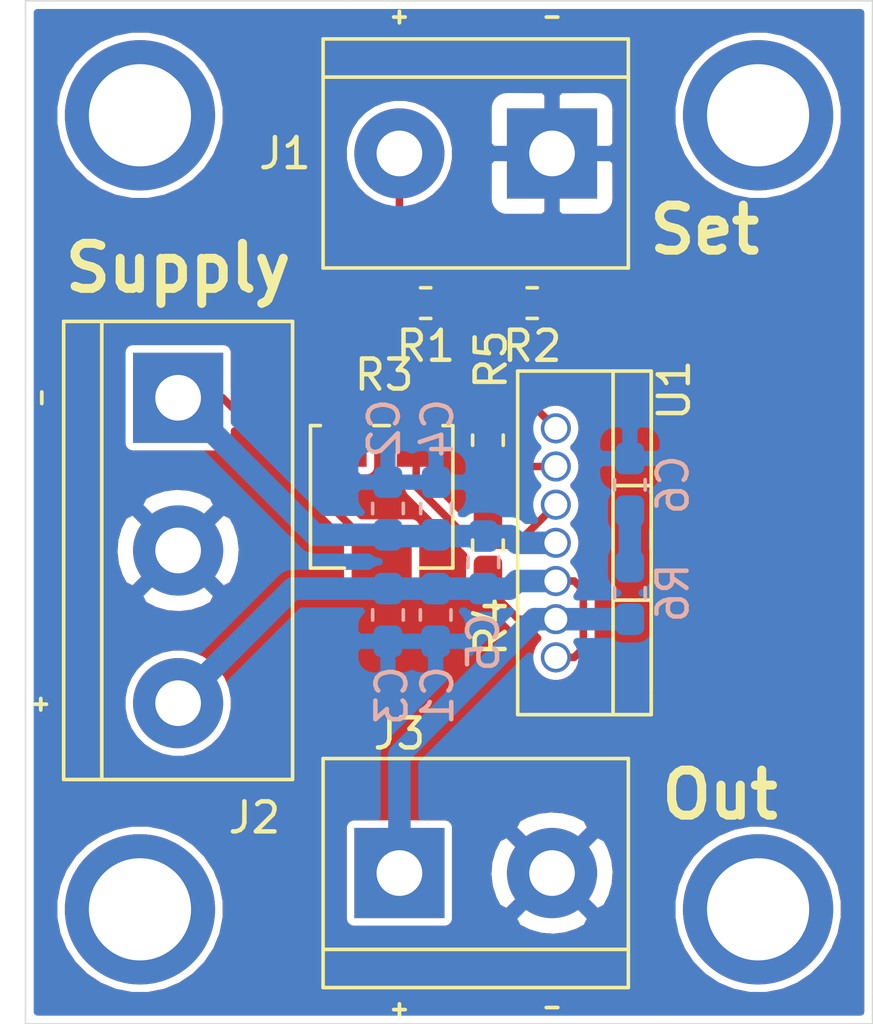
<source format=kicad_pcb>
(kicad_pcb (version 20171130) (host pcbnew "(5.1.6)-1")

  (general
    (thickness 1.6)
    (drawings 17)
    (tracks 46)
    (zones 0)
    (modules 16)
    (nets 10)
  )

  (page A4)
  (layers
    (0 F.Cu signal)
    (31 B.Cu signal)
    (32 B.Adhes user)
    (33 F.Adhes user)
    (34 B.Paste user)
    (35 F.Paste user)
    (36 B.SilkS user)
    (37 F.SilkS user)
    (38 B.Mask user)
    (39 F.Mask user)
    (40 Dwgs.User user)
    (41 Cmts.User user)
    (42 Eco1.User user)
    (43 Eco2.User user)
    (44 Edge.Cuts user)
    (45 Margin user)
    (46 B.CrtYd user)
    (47 F.CrtYd user)
    (48 B.Fab user)
    (49 F.Fab user)
  )

  (setup
    (last_trace_width 0.25)
    (user_trace_width 0.25)
    (user_trace_width 0.75)
    (trace_clearance 0.1)
    (zone_clearance 0.25)
    (zone_45_only no)
    (trace_min 0.2)
    (via_size 0.8)
    (via_drill 0.4)
    (via_min_size 0.4)
    (via_min_drill 0.3)
    (uvia_size 0.3)
    (uvia_drill 0.1)
    (uvias_allowed no)
    (uvia_min_size 0.2)
    (uvia_min_drill 0.1)
    (edge_width 0.05)
    (segment_width 0.2)
    (pcb_text_width 0.3)
    (pcb_text_size 1.5 1.5)
    (mod_edge_width 0.12)
    (mod_text_size 1 1)
    (mod_text_width 0.15)
    (pad_size 0.9 0.9)
    (pad_drill 0.762)
    (pad_to_mask_clearance 0.05)
    (aux_axis_origin 0 0)
    (visible_elements 7FFFFFFF)
    (pcbplotparams
      (layerselection 0x010fc_ffffffff)
      (usegerberextensions false)
      (usegerberattributes true)
      (usegerberadvancedattributes true)
      (creategerberjobfile true)
      (excludeedgelayer true)
      (linewidth 0.100000)
      (plotframeref false)
      (viasonmask false)
      (mode 1)
      (useauxorigin false)
      (hpglpennumber 1)
      (hpglpenspeed 20)
      (hpglpendiameter 15.000000)
      (psnegative false)
      (psa4output false)
      (plotreference true)
      (plotvalue true)
      (plotinvisibletext false)
      (padsonsilk false)
      (subtractmaskfromsilk false)
      (outputformat 1)
      (mirror false)
      (drillshape 0)
      (scaleselection 1)
      (outputdirectory "./Gerbers"))
  )

  (net 0 "")
  (net 1 +9V)
  (net 2 GND)
  (net 3 -9V)
  (net 4 "Net-(C6-Pad1)")
  (net 5 "Net-(J1-Pad2)")
  (net 6 "Net-(J3-Pad1)")
  (net 7 "Net-(R1-Pad1)")
  (net 8 "Net-(R3-Pad1)")
  (net 9 "Net-(R4-Pad1)")

  (net_class Default "This is the default net class."
    (clearance 0.1)
    (trace_width 0.25)
    (via_dia 0.8)
    (via_drill 0.4)
    (uvia_dia 0.3)
    (uvia_drill 0.1)
    (add_net "Net-(J1-Pad2)")
    (add_net "Net-(R1-Pad1)")
    (add_net "Net-(R3-Pad1)")
    (add_net "Net-(R4-Pad1)")
  )

  (net_class Power ""
    (clearance 0.1)
    (trace_width 0.75)
    (via_dia 0.8)
    (via_drill 0.4)
    (uvia_dia 0.3)
    (uvia_drill 0.1)
    (add_net +9V)
    (add_net -9V)
    (add_net GND)
    (add_net "Net-(C6-Pad1)")
    (add_net "Net-(J3-Pad1)")
  )

  (module TO-220_7:TO-220-7 (layer F.Cu) (tedit 600AD415) (tstamp 600B21B5)
    (at 121.539 97.79 270)
    (path /600B0E74)
    (fp_text reference U1 (at -5.08 -3.937 90) (layer F.SilkS)
      (effects (font (size 1 1) (thickness 0.15)))
    )
    (fp_text value OPA548 (at 0 2.54 270) (layer F.Fab)
      (effects (font (size 1 1) (thickness 0.15)))
    )
    (fp_line (start -5.715 1.27) (end -5.715 -3.175) (layer F.CrtYd) (width 0.12))
    (fp_line (start 5.715 1.27) (end -5.715 1.27) (layer F.CrtYd) (width 0.12))
    (fp_line (start 5.715 -3.175) (end 5.715 1.27) (layer F.CrtYd) (width 0.12))
    (fp_line (start -5.715 -3.175) (end 5.715 -3.175) (layer F.CrtYd) (width 0.12))
    (fp_line (start 1.905 -3.175) (end 1.905 -1.905) (layer F.SilkS) (width 0.12))
    (fp_line (start -1.905 -3.175) (end -1.905 -1.905) (layer F.SilkS) (width 0.12))
    (fp_line (start -5.715 -1.905) (end 5.715 -1.905) (layer F.SilkS) (width 0.12))
    (fp_line (start -5.715 1.27) (end -5.715 -3.175) (layer F.SilkS) (width 0.12))
    (fp_line (start 5.715 1.27) (end 5.715 -3.175) (layer F.SilkS) (width 0.12))
    (fp_line (start -5.715 1.27) (end 5.715 1.27) (layer F.SilkS) (width 0.12))
    (fp_line (start 5.08 -3.175) (end 5.715 -3.175) (layer F.SilkS) (width 0.12))
    (fp_line (start -5.08 -3.175) (end -5.715 -3.175) (layer F.SilkS) (width 0.12))
    (fp_line (start -5.08 -3.175) (end 5.08 -3.175) (layer F.SilkS) (width 0.12))
    (pad 7 thru_hole circle (at 3.81 0 270) (size 1 1) (drill 0.762) (layers *.Cu *.Mask)
      (net 1 +9V))
    (pad 6 thru_hole circle (at 2.54 0 270) (size 1 1) (drill 0.762) (layers *.Cu *.Mask)
      (net 6 "Net-(J3-Pad1)"))
    (pad 5 thru_hole circle (at 1.27 0 270) (size 1 1) (drill 0.762) (layers *.Cu *.Mask)
      (net 1 +9V))
    (pad 1 thru_hole circle (at -3.81 0 270) (size 1 1) (drill 0.762) (layers *.Cu *.Mask)
      (net 7 "Net-(R1-Pad1)"))
    (pad 2 thru_hole circle (at -2.54 0 270) (size 1 1) (drill 0.762) (layers *.Cu *.Mask)
      (net 9 "Net-(R4-Pad1)"))
    (pad 3 thru_hole circle (at -1.27 0 270) (size 1 1) (drill 0.762) (layers *.Cu *.Mask)
      (net 8 "Net-(R3-Pad1)"))
    (pad 4 thru_hole circle (at 0 0 270) (size 1 1) (drill 0.762) (layers *.Cu *.Mask)
      (net 3 -9V))
  )

  (module Potentiometer_SMD:Potentiometer_Bourns_3314J_Vertical (layer F.Cu) (tedit 5A81E1D7) (tstamp 600B2D89)
    (at 115.7408 96.2594)
    (descr "Potentiometer, vertical, Bourns 3314J, http://www.bourns.com/docs/Product-Datasheets/3314.pdf")
    (tags "Potentiometer vertical Bourns 3314J")
    (path /600DEBB8)
    (attr smd)
    (fp_text reference R3 (at 0.0832 -4.0574 180) (layer F.SilkS)
      (effects (font (size 1 1) (thickness 0.15)))
    )
    (fp_text value 1.5M (at 0 4.25 180) (layer F.Fab)
      (effects (font (size 1 1) (thickness 0.15)))
    )
    (fp_line (start 2.5 -3.25) (end -2.5 -3.25) (layer F.CrtYd) (width 0.05))
    (fp_line (start 2.5 3.25) (end 2.5 -3.25) (layer F.CrtYd) (width 0.05))
    (fp_line (start -2.5 3.25) (end 2.5 3.25) (layer F.CrtYd) (width 0.05))
    (fp_line (start -2.5 -3.25) (end -2.5 3.25) (layer F.CrtYd) (width 0.05))
    (fp_line (start 2.37 -2.37) (end 2.37 2.37) (layer F.SilkS) (width 0.12))
    (fp_line (start -2.37 -2.37) (end -2.37 2.37) (layer F.SilkS) (width 0.12))
    (fp_line (start 1.24 2.37) (end 2.37 2.37) (layer F.SilkS) (width 0.12))
    (fp_line (start -2.37 2.37) (end -1.24 2.37) (layer F.SilkS) (width 0.12))
    (fp_line (start -0.259 -2.37) (end 0.26 -2.37) (layer F.SilkS) (width 0.12))
    (fp_line (start -2.37 -2.37) (end -2.039 -2.37) (layer F.SilkS) (width 0.12))
    (fp_line (start 2.04 -2.37) (end 2.37 -2.37) (layer F.SilkS) (width 0.12))
    (fp_line (start 0 0.99) (end 0.001 -0.989) (layer F.Fab) (width 0.1))
    (fp_line (start 0 0.99) (end 0.001 -0.989) (layer F.Fab) (width 0.1))
    (fp_line (start 2.25 -2.25) (end -2.25 -2.25) (layer F.Fab) (width 0.1))
    (fp_line (start 2.25 2.25) (end 2.25 -2.25) (layer F.Fab) (width 0.1))
    (fp_line (start -2.25 2.25) (end 2.25 2.25) (layer F.Fab) (width 0.1))
    (fp_line (start -2.25 -2.25) (end -2.25 2.25) (layer F.Fab) (width 0.1))
    (fp_circle (center 0 0) (end 1 0) (layer F.Fab) (width 0.1))
    (fp_text user %R (at 0 -1.7 180) (layer F.Fab)
      (effects (font (size 0.63 0.63) (thickness 0.15)))
    )
    (pad 3 smd rect (at -1.15 -2) (size 1.3 2) (layers F.Cu F.Paste F.Mask))
    (pad 2 smd rect (at 0 2) (size 2 2) (layers F.Cu F.Paste F.Mask)
      (net 3 -9V))
    (pad 1 smd rect (at 1.15 -2) (size 1.3 2) (layers F.Cu F.Paste F.Mask)
      (net 8 "Net-(R3-Pad1)"))
    (model ${KISYS3DMOD}/Potentiometer_SMD.3dshapes/Potentiometer_Bourns_3314J_Vertical.wrl
      (at (xyz 0 0 0))
      (scale (xyz 1 1 1))
      (rotate (xyz 0 0 0))
    )
  )

  (module Resistor_SMD:R_0603_1608Metric_Pad1.05x0.95mm_HandSolder (layer B.Cu) (tedit 5B301BBD) (tstamp 600B219D)
    (at 124.0028 99.455 90)
    (descr "Resistor SMD 0603 (1608 Metric), square (rectangular) end terminal, IPC_7351 nominal with elongated pad for handsoldering. (Body size source: http://www.tortai-tech.com/upload/download/2011102023233369053.pdf), generated with kicad-footprint-generator")
    (tags "resistor handsolder")
    (path /600D9672)
    (attr smd)
    (fp_text reference R6 (at 0 1.43 90) (layer B.SilkS)
      (effects (font (size 1 1) (thickness 0.15)) (justify mirror))
    )
    (fp_text value 10R (at 0 -1.43 90) (layer B.Fab)
      (effects (font (size 1 1) (thickness 0.15)) (justify mirror))
    )
    (fp_line (start 1.65 -0.73) (end -1.65 -0.73) (layer B.CrtYd) (width 0.05))
    (fp_line (start 1.65 0.73) (end 1.65 -0.73) (layer B.CrtYd) (width 0.05))
    (fp_line (start -1.65 0.73) (end 1.65 0.73) (layer B.CrtYd) (width 0.05))
    (fp_line (start -1.65 -0.73) (end -1.65 0.73) (layer B.CrtYd) (width 0.05))
    (fp_line (start -0.171267 -0.51) (end 0.171267 -0.51) (layer B.SilkS) (width 0.12))
    (fp_line (start -0.171267 0.51) (end 0.171267 0.51) (layer B.SilkS) (width 0.12))
    (fp_line (start 0.8 -0.4) (end -0.8 -0.4) (layer B.Fab) (width 0.1))
    (fp_line (start 0.8 0.4) (end 0.8 -0.4) (layer B.Fab) (width 0.1))
    (fp_line (start -0.8 0.4) (end 0.8 0.4) (layer B.Fab) (width 0.1))
    (fp_line (start -0.8 -0.4) (end -0.8 0.4) (layer B.Fab) (width 0.1))
    (fp_text user %R (at 0 0 90) (layer B.Fab)
      (effects (font (size 0.4 0.4) (thickness 0.06)) (justify mirror))
    )
    (pad 2 smd roundrect (at 0.875 0 90) (size 1.05 0.95) (layers B.Cu B.Paste B.Mask) (roundrect_rratio 0.25)
      (net 4 "Net-(C6-Pad1)"))
    (pad 1 smd roundrect (at -0.875 0 90) (size 1.05 0.95) (layers B.Cu B.Paste B.Mask) (roundrect_rratio 0.25)
      (net 6 "Net-(J3-Pad1)"))
    (model ${KISYS3DMOD}/Resistor_SMD.3dshapes/R_0603_1608Metric.wrl
      (at (xyz 0 0 0))
      (scale (xyz 1 1 1))
      (rotate (xyz 0 0 0))
    )
  )

  (module Resistor_SMD:R_0603_1608Metric_Pad1.05x0.95mm_HandSolder (layer F.Cu) (tedit 5B301BBD) (tstamp 600B37D5)
    (at 119.2784 94.375 90)
    (descr "Resistor SMD 0603 (1608 Metric), square (rectangular) end terminal, IPC_7351 nominal with elongated pad for handsoldering. (Body size source: http://www.tortai-tech.com/upload/download/2011102023233369053.pdf), generated with kicad-footprint-generator")
    (tags "resistor handsolder")
    (path /600B495E)
    (attr smd)
    (fp_text reference R5 (at 2.681 0.1016 90) (layer F.SilkS)
      (effects (font (size 1 1) (thickness 0.15)))
    )
    (fp_text value 10k (at 0 1.43 90) (layer F.Fab)
      (effects (font (size 1 1) (thickness 0.15)))
    )
    (fp_line (start 1.65 0.73) (end -1.65 0.73) (layer F.CrtYd) (width 0.05))
    (fp_line (start 1.65 -0.73) (end 1.65 0.73) (layer F.CrtYd) (width 0.05))
    (fp_line (start -1.65 -0.73) (end 1.65 -0.73) (layer F.CrtYd) (width 0.05))
    (fp_line (start -1.65 0.73) (end -1.65 -0.73) (layer F.CrtYd) (width 0.05))
    (fp_line (start -0.171267 0.51) (end 0.171267 0.51) (layer F.SilkS) (width 0.12))
    (fp_line (start -0.171267 -0.51) (end 0.171267 -0.51) (layer F.SilkS) (width 0.12))
    (fp_line (start 0.8 0.4) (end -0.8 0.4) (layer F.Fab) (width 0.1))
    (fp_line (start 0.8 -0.4) (end 0.8 0.4) (layer F.Fab) (width 0.1))
    (fp_line (start -0.8 -0.4) (end 0.8 -0.4) (layer F.Fab) (width 0.1))
    (fp_line (start -0.8 0.4) (end -0.8 -0.4) (layer F.Fab) (width 0.1))
    (fp_text user %R (at 0 0 90) (layer F.Fab)
      (effects (font (size 0.4 0.4) (thickness 0.06)))
    )
    (pad 2 smd roundrect (at 0.875 0 90) (size 1.05 0.95) (layers F.Cu F.Paste F.Mask) (roundrect_rratio 0.25)
      (net 2 GND))
    (pad 1 smd roundrect (at -0.875 0 90) (size 1.05 0.95) (layers F.Cu F.Paste F.Mask) (roundrect_rratio 0.25)
      (net 9 "Net-(R4-Pad1)"))
    (model ${KISYS3DMOD}/Resistor_SMD.3dshapes/R_0603_1608Metric.wrl
      (at (xyz 0 0 0))
      (scale (xyz 1 1 1))
      (rotate (xyz 0 0 0))
    )
  )

  (module Resistor_SMD:R_0603_1608Metric_Pad1.05x0.95mm_HandSolder (layer F.Cu) (tedit 5B301BBD) (tstamp 600B217B)
    (at 119.2784 97.8662 270)
    (descr "Resistor SMD 0603 (1608 Metric), square (rectangular) end terminal, IPC_7351 nominal with elongated pad for handsoldering. (Body size source: http://www.tortai-tech.com/upload/download/2011102023233369053.pdf), generated with kicad-footprint-generator")
    (tags "resistor handsolder")
    (path /600B37C2)
    (attr smd)
    (fp_text reference R4 (at 2.7178 -0.1016 270) (layer F.SilkS)
      (effects (font (size 1 1) (thickness 0.15)))
    )
    (fp_text value 10k (at 0 1.43 270) (layer F.Fab)
      (effects (font (size 1 1) (thickness 0.15)))
    )
    (fp_line (start 1.65 0.73) (end -1.65 0.73) (layer F.CrtYd) (width 0.05))
    (fp_line (start 1.65 -0.73) (end 1.65 0.73) (layer F.CrtYd) (width 0.05))
    (fp_line (start -1.65 -0.73) (end 1.65 -0.73) (layer F.CrtYd) (width 0.05))
    (fp_line (start -1.65 0.73) (end -1.65 -0.73) (layer F.CrtYd) (width 0.05))
    (fp_line (start -0.171267 0.51) (end 0.171267 0.51) (layer F.SilkS) (width 0.12))
    (fp_line (start -0.171267 -0.51) (end 0.171267 -0.51) (layer F.SilkS) (width 0.12))
    (fp_line (start 0.8 0.4) (end -0.8 0.4) (layer F.Fab) (width 0.1))
    (fp_line (start 0.8 -0.4) (end 0.8 0.4) (layer F.Fab) (width 0.1))
    (fp_line (start -0.8 -0.4) (end 0.8 -0.4) (layer F.Fab) (width 0.1))
    (fp_line (start -0.8 0.4) (end -0.8 -0.4) (layer F.Fab) (width 0.1))
    (fp_text user %R (at 0 0 270) (layer F.Fab)
      (effects (font (size 0.4 0.4) (thickness 0.06)))
    )
    (pad 2 smd roundrect (at 0.875 0 270) (size 1.05 0.95) (layers F.Cu F.Paste F.Mask) (roundrect_rratio 0.25)
      (net 6 "Net-(J3-Pad1)"))
    (pad 1 smd roundrect (at -0.875 0 270) (size 1.05 0.95) (layers F.Cu F.Paste F.Mask) (roundrect_rratio 0.25)
      (net 9 "Net-(R4-Pad1)"))
    (model ${KISYS3DMOD}/Resistor_SMD.3dshapes/R_0603_1608Metric.wrl
      (at (xyz 0 0 0))
      (scale (xyz 1 1 1))
      (rotate (xyz 0 0 0))
    )
  )

  (module Resistor_SMD:R_0603_1608Metric_Pad1.05x0.95mm_HandSolder (layer F.Cu) (tedit 5B301BBD) (tstamp 600B2159)
    (at 120.7516 89.8144 180)
    (descr "Resistor SMD 0603 (1608 Metric), square (rectangular) end terminal, IPC_7351 nominal with elongated pad for handsoldering. (Body size source: http://www.tortai-tech.com/upload/download/2011102023233369053.pdf), generated with kicad-footprint-generator")
    (tags "resistor handsolder")
    (path /600BA25C)
    (attr smd)
    (fp_text reference R2 (at 0 -1.43) (layer F.SilkS)
      (effects (font (size 1 1) (thickness 0.15)))
    )
    (fp_text value 10k (at 0 1.43) (layer F.Fab)
      (effects (font (size 1 1) (thickness 0.15)))
    )
    (fp_line (start 1.65 0.73) (end -1.65 0.73) (layer F.CrtYd) (width 0.05))
    (fp_line (start 1.65 -0.73) (end 1.65 0.73) (layer F.CrtYd) (width 0.05))
    (fp_line (start -1.65 -0.73) (end 1.65 -0.73) (layer F.CrtYd) (width 0.05))
    (fp_line (start -1.65 0.73) (end -1.65 -0.73) (layer F.CrtYd) (width 0.05))
    (fp_line (start -0.171267 0.51) (end 0.171267 0.51) (layer F.SilkS) (width 0.12))
    (fp_line (start -0.171267 -0.51) (end 0.171267 -0.51) (layer F.SilkS) (width 0.12))
    (fp_line (start 0.8 0.4) (end -0.8 0.4) (layer F.Fab) (width 0.1))
    (fp_line (start 0.8 -0.4) (end 0.8 0.4) (layer F.Fab) (width 0.1))
    (fp_line (start -0.8 -0.4) (end 0.8 -0.4) (layer F.Fab) (width 0.1))
    (fp_line (start -0.8 0.4) (end -0.8 -0.4) (layer F.Fab) (width 0.1))
    (fp_text user %R (at 0 0) (layer F.Fab)
      (effects (font (size 0.4 0.4) (thickness 0.06)))
    )
    (pad 2 smd roundrect (at 0.875 0 180) (size 1.05 0.95) (layers F.Cu F.Paste F.Mask) (roundrect_rratio 0.25)
      (net 7 "Net-(R1-Pad1)"))
    (pad 1 smd roundrect (at -0.875 0 180) (size 1.05 0.95) (layers F.Cu F.Paste F.Mask) (roundrect_rratio 0.25)
      (net 2 GND))
    (model ${KISYS3DMOD}/Resistor_SMD.3dshapes/R_0603_1608Metric.wrl
      (at (xyz 0 0 0))
      (scale (xyz 1 1 1))
      (rotate (xyz 0 0 0))
    )
  )

  (module Resistor_SMD:R_0603_1608Metric_Pad1.05x0.95mm_HandSolder (layer F.Cu) (tedit 5B301BBD) (tstamp 600B2148)
    (at 117.207 89.8144 180)
    (descr "Resistor SMD 0603 (1608 Metric), square (rectangular) end terminal, IPC_7351 nominal with elongated pad for handsoldering. (Body size source: http://www.tortai-tech.com/upload/download/2011102023233369053.pdf), generated with kicad-footprint-generator")
    (tags "resistor handsolder")
    (path /600B94E6)
    (attr smd)
    (fp_text reference R1 (at 0 -1.43) (layer F.SilkS)
      (effects (font (size 1 1) (thickness 0.15)))
    )
    (fp_text value 10k (at 0 1.43) (layer F.Fab)
      (effects (font (size 1 1) (thickness 0.15)))
    )
    (fp_line (start 1.65 0.73) (end -1.65 0.73) (layer F.CrtYd) (width 0.05))
    (fp_line (start 1.65 -0.73) (end 1.65 0.73) (layer F.CrtYd) (width 0.05))
    (fp_line (start -1.65 -0.73) (end 1.65 -0.73) (layer F.CrtYd) (width 0.05))
    (fp_line (start -1.65 0.73) (end -1.65 -0.73) (layer F.CrtYd) (width 0.05))
    (fp_line (start -0.171267 0.51) (end 0.171267 0.51) (layer F.SilkS) (width 0.12))
    (fp_line (start -0.171267 -0.51) (end 0.171267 -0.51) (layer F.SilkS) (width 0.12))
    (fp_line (start 0.8 0.4) (end -0.8 0.4) (layer F.Fab) (width 0.1))
    (fp_line (start 0.8 -0.4) (end 0.8 0.4) (layer F.Fab) (width 0.1))
    (fp_line (start -0.8 -0.4) (end 0.8 -0.4) (layer F.Fab) (width 0.1))
    (fp_line (start -0.8 0.4) (end -0.8 -0.4) (layer F.Fab) (width 0.1))
    (fp_text user %R (at 0 0) (layer F.Fab)
      (effects (font (size 0.4 0.4) (thickness 0.06)))
    )
    (pad 2 smd roundrect (at 0.875 0 180) (size 1.05 0.95) (layers F.Cu F.Paste F.Mask) (roundrect_rratio 0.25)
      (net 5 "Net-(J1-Pad2)"))
    (pad 1 smd roundrect (at -0.875 0 180) (size 1.05 0.95) (layers F.Cu F.Paste F.Mask) (roundrect_rratio 0.25)
      (net 7 "Net-(R1-Pad1)"))
    (model ${KISYS3DMOD}/Resistor_SMD.3dshapes/R_0603_1608Metric.wrl
      (at (xyz 0 0 0))
      (scale (xyz 1 1 1))
      (rotate (xyz 0 0 0))
    )
  )

  (module TerminalBlock:TerminalBlock_bornier-2_P5.08mm (layer F.Cu) (tedit 59FF03AB) (tstamp 600B2137)
    (at 116.332 108.7755)
    (descr "simple 2-pin terminal block, pitch 5.08mm, revamped version of bornier2")
    (tags "terminal block bornier2")
    (path /600D412D)
    (fp_text reference J3 (at 0 -4.6355) (layer F.SilkS)
      (effects (font (size 1 1) (thickness 0.15)))
    )
    (fp_text value Screw_Terminal_01x02 (at -0.508 2.4765) (layer F.Fab)
      (effects (font (size 1 1) (thickness 0.15)))
    )
    (fp_line (start 7.79 4) (end -2.71 4) (layer F.CrtYd) (width 0.05))
    (fp_line (start 7.79 4) (end 7.79 -4) (layer F.CrtYd) (width 0.05))
    (fp_line (start -2.71 -4) (end -2.71 4) (layer F.CrtYd) (width 0.05))
    (fp_line (start -2.71 -4) (end 7.79 -4) (layer F.CrtYd) (width 0.05))
    (fp_line (start -2.54 3.81) (end 7.62 3.81) (layer F.SilkS) (width 0.12))
    (fp_line (start -2.54 -3.81) (end -2.54 3.81) (layer F.SilkS) (width 0.12))
    (fp_line (start 7.62 -3.81) (end -2.54 -3.81) (layer F.SilkS) (width 0.12))
    (fp_line (start 7.62 3.81) (end 7.62 -3.81) (layer F.SilkS) (width 0.12))
    (fp_line (start 7.62 2.54) (end -2.54 2.54) (layer F.SilkS) (width 0.12))
    (fp_line (start 7.54 -3.75) (end -2.46 -3.75) (layer F.Fab) (width 0.1))
    (fp_line (start 7.54 3.75) (end 7.54 -3.75) (layer F.Fab) (width 0.1))
    (fp_line (start -2.46 3.75) (end 7.54 3.75) (layer F.Fab) (width 0.1))
    (fp_line (start -2.46 -3.75) (end -2.46 3.75) (layer F.Fab) (width 0.1))
    (fp_line (start -2.41 2.55) (end 7.49 2.55) (layer F.Fab) (width 0.1))
    (fp_text user %R (at 2.54 0) (layer F.Fab)
      (effects (font (size 1 1) (thickness 0.15)))
    )
    (pad 2 thru_hole circle (at 5.08 0) (size 3 3) (drill 1.52) (layers *.Cu *.Mask)
      (net 2 GND))
    (pad 1 thru_hole rect (at 0 0) (size 3 3) (drill 1.52) (layers *.Cu *.Mask)
      (net 6 "Net-(J3-Pad1)"))
    (model ${KISYS3DMOD}/TerminalBlock.3dshapes/TerminalBlock_bornier-2_P5.08mm.wrl
      (offset (xyz 2.539999961853027 0 0))
      (scale (xyz 1 1 1))
      (rotate (xyz 0 0 0))
    )
  )

  (module TerminalBlock:TerminalBlock_bornier-3_P5.08mm (layer F.Cu) (tedit 59FF03B9) (tstamp 600B2122)
    (at 108.966 92.964 270)
    (descr "simple 3-pin terminal block, pitch 5.08mm, revamped version of bornier3")
    (tags "terminal block bornier3")
    (path /601174DC)
    (fp_text reference J2 (at 13.97 -2.54 180) (layer F.SilkS)
      (effects (font (size 1 1) (thickness 0.15)))
    )
    (fp_text value Screw_Terminal_01x03 (at 5.08 5.08 90) (layer F.Fab)
      (effects (font (size 1 1) (thickness 0.15)))
    )
    (fp_line (start 12.88 4) (end -2.72 4) (layer F.CrtYd) (width 0.05))
    (fp_line (start 12.88 4) (end 12.88 -4) (layer F.CrtYd) (width 0.05))
    (fp_line (start -2.72 -4) (end -2.72 4) (layer F.CrtYd) (width 0.05))
    (fp_line (start -2.72 -4) (end 12.88 -4) (layer F.CrtYd) (width 0.05))
    (fp_line (start -2.54 3.81) (end 12.7 3.81) (layer F.SilkS) (width 0.12))
    (fp_line (start -2.54 -3.81) (end 12.7 -3.81) (layer F.SilkS) (width 0.12))
    (fp_line (start -2.54 2.54) (end 12.7 2.54) (layer F.SilkS) (width 0.12))
    (fp_line (start 12.7 3.81) (end 12.7 -3.81) (layer F.SilkS) (width 0.12))
    (fp_line (start -2.54 3.81) (end -2.54 -3.81) (layer F.SilkS) (width 0.12))
    (fp_line (start -2.47 3.75) (end -2.47 -3.75) (layer F.Fab) (width 0.1))
    (fp_line (start 12.63 3.75) (end -2.47 3.75) (layer F.Fab) (width 0.1))
    (fp_line (start 12.63 -3.75) (end 12.63 3.75) (layer F.Fab) (width 0.1))
    (fp_line (start -2.47 -3.75) (end 12.63 -3.75) (layer F.Fab) (width 0.1))
    (fp_line (start -2.47 2.55) (end 12.63 2.55) (layer F.Fab) (width 0.1))
    (fp_text user %R (at 5.08 0 90) (layer F.Fab)
      (effects (font (size 1 1) (thickness 0.15)))
    )
    (pad 3 thru_hole circle (at 10.16 0 270) (size 3 3) (drill 1.52) (layers *.Cu *.Mask)
      (net 1 +9V))
    (pad 2 thru_hole circle (at 5.08 0 270) (size 3 3) (drill 1.52) (layers *.Cu *.Mask)
      (net 2 GND))
    (pad 1 thru_hole rect (at 0 0 270) (size 3 3) (drill 1.52) (layers *.Cu *.Mask)
      (net 3 -9V))
    (model ${KISYS3DMOD}/TerminalBlock.3dshapes/TerminalBlock_bornier-3_P5.08mm.wrl
      (offset (xyz 5.079999923706055 0 0))
      (scale (xyz 1 1 1))
      (rotate (xyz 0 0 0))
    )
  )

  (module TerminalBlock:TerminalBlock_bornier-2_P5.08mm (layer F.Cu) (tedit 59FF03AB) (tstamp 600B45CD)
    (at 121.412 84.836 180)
    (descr "simple 2-pin terminal block, pitch 5.08mm, revamped version of bornier2")
    (tags "terminal block bornier2")
    (path /600BC1DB)
    (fp_text reference J1 (at 8.89 0) (layer F.SilkS)
      (effects (font (size 1 1) (thickness 0.15)))
    )
    (fp_text value Screw_Terminal_01x02 (at 3.556 3.556) (layer F.Fab)
      (effects (font (size 1 1) (thickness 0.15)))
    )
    (fp_line (start 7.79 4) (end -2.71 4) (layer F.CrtYd) (width 0.05))
    (fp_line (start 7.79 4) (end 7.79 -4) (layer F.CrtYd) (width 0.05))
    (fp_line (start -2.71 -4) (end -2.71 4) (layer F.CrtYd) (width 0.05))
    (fp_line (start -2.71 -4) (end 7.79 -4) (layer F.CrtYd) (width 0.05))
    (fp_line (start -2.54 3.81) (end 7.62 3.81) (layer F.SilkS) (width 0.12))
    (fp_line (start -2.54 -3.81) (end -2.54 3.81) (layer F.SilkS) (width 0.12))
    (fp_line (start 7.62 -3.81) (end -2.54 -3.81) (layer F.SilkS) (width 0.12))
    (fp_line (start 7.62 3.81) (end 7.62 -3.81) (layer F.SilkS) (width 0.12))
    (fp_line (start 7.62 2.54) (end -2.54 2.54) (layer F.SilkS) (width 0.12))
    (fp_line (start 7.54 -3.75) (end -2.46 -3.75) (layer F.Fab) (width 0.1))
    (fp_line (start 7.54 3.75) (end 7.54 -3.75) (layer F.Fab) (width 0.1))
    (fp_line (start -2.46 3.75) (end 7.54 3.75) (layer F.Fab) (width 0.1))
    (fp_line (start -2.46 -3.75) (end -2.46 3.75) (layer F.Fab) (width 0.1))
    (fp_line (start -2.41 2.55) (end 7.49 2.55) (layer F.Fab) (width 0.1))
    (fp_text user %R (at 2.54 0) (layer F.Fab)
      (effects (font (size 1 1) (thickness 0.15)))
    )
    (pad 2 thru_hole circle (at 5.08 0 180) (size 3 3) (drill 1.52) (layers *.Cu *.Mask)
      (net 5 "Net-(J1-Pad2)"))
    (pad 1 thru_hole rect (at 0 0 180) (size 3 3) (drill 1.52) (layers *.Cu *.Mask)
      (net 2 GND))
    (model ${KISYS3DMOD}/TerminalBlock.3dshapes/TerminalBlock_bornier-2_P5.08mm.wrl
      (offset (xyz 2.539999961853027 0 0))
      (scale (xyz 1 1 1))
      (rotate (xyz 0 0 0))
    )
  )

  (module Capacitor_SMD:C_0603_1608Metric_Pad1.05x0.95mm_HandSolder (layer B.Cu) (tedit 5B301BBE) (tstamp 600B20F7)
    (at 124.0028 95.8596 90)
    (descr "Capacitor SMD 0603 (1608 Metric), square (rectangular) end terminal, IPC_7351 nominal with elongated pad for handsoldering. (Body size source: http://www.tortai-tech.com/upload/download/2011102023233369053.pdf), generated with kicad-footprint-generator")
    (tags "capacitor handsolder")
    (path /600DA450)
    (attr smd)
    (fp_text reference C6 (at 0 1.43 90) (layer B.SilkS)
      (effects (font (size 1 1) (thickness 0.15)) (justify mirror))
    )
    (fp_text value 100nF (at 0 -1.43 90) (layer B.Fab)
      (effects (font (size 1 1) (thickness 0.15)) (justify mirror))
    )
    (fp_line (start 1.65 -0.73) (end -1.65 -0.73) (layer B.CrtYd) (width 0.05))
    (fp_line (start 1.65 0.73) (end 1.65 -0.73) (layer B.CrtYd) (width 0.05))
    (fp_line (start -1.65 0.73) (end 1.65 0.73) (layer B.CrtYd) (width 0.05))
    (fp_line (start -1.65 -0.73) (end -1.65 0.73) (layer B.CrtYd) (width 0.05))
    (fp_line (start -0.171267 -0.51) (end 0.171267 -0.51) (layer B.SilkS) (width 0.12))
    (fp_line (start -0.171267 0.51) (end 0.171267 0.51) (layer B.SilkS) (width 0.12))
    (fp_line (start 0.8 -0.4) (end -0.8 -0.4) (layer B.Fab) (width 0.1))
    (fp_line (start 0.8 0.4) (end 0.8 -0.4) (layer B.Fab) (width 0.1))
    (fp_line (start -0.8 0.4) (end 0.8 0.4) (layer B.Fab) (width 0.1))
    (fp_line (start -0.8 -0.4) (end -0.8 0.4) (layer B.Fab) (width 0.1))
    (fp_text user %R (at 0 0 90) (layer B.Fab)
      (effects (font (size 0.4 0.4) (thickness 0.06)) (justify mirror))
    )
    (pad 2 smd roundrect (at 0.875 0 90) (size 1.05 0.95) (layers B.Cu B.Paste B.Mask) (roundrect_rratio 0.25)
      (net 2 GND))
    (pad 1 smd roundrect (at -0.875 0 90) (size 1.05 0.95) (layers B.Cu B.Paste B.Mask) (roundrect_rratio 0.25)
      (net 4 "Net-(C6-Pad1)"))
    (model ${KISYS3DMOD}/Capacitor_SMD.3dshapes/C_0603_1608Metric.wrl
      (at (xyz 0 0 0))
      (scale (xyz 1 1 1))
      (rotate (xyz 0 0 0))
    )
  )

  (module Capacitor_SMD:C_0603_1608Metric_Pad1.05x0.95mm_HandSolder (layer B.Cu) (tedit 5B301BBE) (tstamp 600B20E6)
    (at 119.126 98.439 90)
    (descr "Capacitor SMD 0603 (1608 Metric), square (rectangular) end terminal, IPC_7351 nominal with elongated pad for handsoldering. (Body size source: http://www.tortai-tech.com/upload/download/2011102023233369053.pdf), generated with kicad-footprint-generator")
    (tags "capacitor handsolder")
    (path /600C51A5)
    (attr smd)
    (fp_text reference C5 (at -2.653 0 270) (layer B.SilkS)
      (effects (font (size 1 1) (thickness 0.15)) (justify mirror))
    )
    (fp_text value 10nF (at 0 -1.43 270) (layer B.Fab)
      (effects (font (size 1 1) (thickness 0.15)) (justify mirror))
    )
    (fp_line (start 1.65 -0.73) (end -1.65 -0.73) (layer B.CrtYd) (width 0.05))
    (fp_line (start 1.65 0.73) (end 1.65 -0.73) (layer B.CrtYd) (width 0.05))
    (fp_line (start -1.65 0.73) (end 1.65 0.73) (layer B.CrtYd) (width 0.05))
    (fp_line (start -1.65 -0.73) (end -1.65 0.73) (layer B.CrtYd) (width 0.05))
    (fp_line (start -0.171267 -0.51) (end 0.171267 -0.51) (layer B.SilkS) (width 0.12))
    (fp_line (start -0.171267 0.51) (end 0.171267 0.51) (layer B.SilkS) (width 0.12))
    (fp_line (start 0.8 -0.4) (end -0.8 -0.4) (layer B.Fab) (width 0.1))
    (fp_line (start 0.8 0.4) (end 0.8 -0.4) (layer B.Fab) (width 0.1))
    (fp_line (start -0.8 0.4) (end 0.8 0.4) (layer B.Fab) (width 0.1))
    (fp_line (start -0.8 -0.4) (end -0.8 0.4) (layer B.Fab) (width 0.1))
    (fp_text user %R (at 0 0 270) (layer B.Fab)
      (effects (font (size 0.4 0.4) (thickness 0.06)) (justify mirror))
    )
    (pad 2 smd roundrect (at 0.875 0 90) (size 1.05 0.95) (layers B.Cu B.Paste B.Mask) (roundrect_rratio 0.25)
      (net 3 -9V))
    (pad 1 smd roundrect (at -0.875 0 90) (size 1.05 0.95) (layers B.Cu B.Paste B.Mask) (roundrect_rratio 0.25)
      (net 1 +9V))
    (model ${KISYS3DMOD}/Capacitor_SMD.3dshapes/C_0603_1608Metric.wrl
      (at (xyz 0 0 0))
      (scale (xyz 1 1 1))
      (rotate (xyz 0 0 0))
    )
  )

  (module Capacitor_SMD:C_0603_1608Metric_Pad1.05x0.95mm_HandSolder (layer B.Cu) (tedit 5B301BBE) (tstamp 600B20D5)
    (at 117.5512 96.647 90)
    (descr "Capacitor SMD 0603 (1608 Metric), square (rectangular) end terminal, IPC_7351 nominal with elongated pad for handsoldering. (Body size source: http://www.tortai-tech.com/upload/download/2011102023233369053.pdf), generated with kicad-footprint-generator")
    (tags "capacitor handsolder")
    (path /600C374B)
    (attr smd)
    (fp_text reference C4 (at 2.667 0.0508 270) (layer B.SilkS)
      (effects (font (size 1 1) (thickness 0.15)) (justify mirror))
    )
    (fp_text value 10nF (at 0 -1.43 270) (layer B.Fab)
      (effects (font (size 1 1) (thickness 0.15)) (justify mirror))
    )
    (fp_line (start 1.65 -0.73) (end -1.65 -0.73) (layer B.CrtYd) (width 0.05))
    (fp_line (start 1.65 0.73) (end 1.65 -0.73) (layer B.CrtYd) (width 0.05))
    (fp_line (start -1.65 0.73) (end 1.65 0.73) (layer B.CrtYd) (width 0.05))
    (fp_line (start -1.65 -0.73) (end -1.65 0.73) (layer B.CrtYd) (width 0.05))
    (fp_line (start -0.171267 -0.51) (end 0.171267 -0.51) (layer B.SilkS) (width 0.12))
    (fp_line (start -0.171267 0.51) (end 0.171267 0.51) (layer B.SilkS) (width 0.12))
    (fp_line (start 0.8 -0.4) (end -0.8 -0.4) (layer B.Fab) (width 0.1))
    (fp_line (start 0.8 0.4) (end 0.8 -0.4) (layer B.Fab) (width 0.1))
    (fp_line (start -0.8 0.4) (end 0.8 0.4) (layer B.Fab) (width 0.1))
    (fp_line (start -0.8 -0.4) (end -0.8 0.4) (layer B.Fab) (width 0.1))
    (fp_text user %R (at 0 0 270) (layer B.Fab)
      (effects (font (size 0.4 0.4) (thickness 0.06)) (justify mirror))
    )
    (pad 2 smd roundrect (at 0.875 0 90) (size 1.05 0.95) (layers B.Cu B.Paste B.Mask) (roundrect_rratio 0.25)
      (net 2 GND))
    (pad 1 smd roundrect (at -0.875 0 90) (size 1.05 0.95) (layers B.Cu B.Paste B.Mask) (roundrect_rratio 0.25)
      (net 3 -9V))
    (model ${KISYS3DMOD}/Capacitor_SMD.3dshapes/C_0603_1608Metric.wrl
      (at (xyz 0 0 0))
      (scale (xyz 1 1 1))
      (rotate (xyz 0 0 0))
    )
  )

  (module Capacitor_SMD:C_0603_1608Metric_Pad1.05x0.95mm_HandSolder (layer B.Cu) (tedit 5B301BBE) (tstamp 600B20C4)
    (at 115.951 100.189 270)
    (descr "Capacitor SMD 0603 (1608 Metric), square (rectangular) end terminal, IPC_7351 nominal with elongated pad for handsoldering. (Body size source: http://www.tortai-tech.com/upload/download/2011102023233369053.pdf), generated with kicad-footprint-generator")
    (tags "capacitor handsolder")
    (path /600C4BDE)
    (attr smd)
    (fp_text reference C3 (at 2.681 -0.127 270) (layer B.SilkS)
      (effects (font (size 1 1) (thickness 0.15)) (justify mirror))
    )
    (fp_text value 10nF (at 0 -1.43 270) (layer B.Fab)
      (effects (font (size 1 1) (thickness 0.15)) (justify mirror))
    )
    (fp_line (start 1.65 -0.73) (end -1.65 -0.73) (layer B.CrtYd) (width 0.05))
    (fp_line (start 1.65 0.73) (end 1.65 -0.73) (layer B.CrtYd) (width 0.05))
    (fp_line (start -1.65 0.73) (end 1.65 0.73) (layer B.CrtYd) (width 0.05))
    (fp_line (start -1.65 -0.73) (end -1.65 0.73) (layer B.CrtYd) (width 0.05))
    (fp_line (start -0.171267 -0.51) (end 0.171267 -0.51) (layer B.SilkS) (width 0.12))
    (fp_line (start -0.171267 0.51) (end 0.171267 0.51) (layer B.SilkS) (width 0.12))
    (fp_line (start 0.8 -0.4) (end -0.8 -0.4) (layer B.Fab) (width 0.1))
    (fp_line (start 0.8 0.4) (end 0.8 -0.4) (layer B.Fab) (width 0.1))
    (fp_line (start -0.8 0.4) (end 0.8 0.4) (layer B.Fab) (width 0.1))
    (fp_line (start -0.8 -0.4) (end -0.8 0.4) (layer B.Fab) (width 0.1))
    (fp_text user %R (at 0 0 270) (layer B.Fab)
      (effects (font (size 0.4 0.4) (thickness 0.06)) (justify mirror))
    )
    (pad 2 smd roundrect (at 0.875 0 270) (size 1.05 0.95) (layers B.Cu B.Paste B.Mask) (roundrect_rratio 0.25)
      (net 2 GND))
    (pad 1 smd roundrect (at -0.875 0 270) (size 1.05 0.95) (layers B.Cu B.Paste B.Mask) (roundrect_rratio 0.25)
      (net 1 +9V))
    (model ${KISYS3DMOD}/Capacitor_SMD.3dshapes/C_0603_1608Metric.wrl
      (at (xyz 0 0 0))
      (scale (xyz 1 1 1))
      (rotate (xyz 0 0 0))
    )
  )

  (module Capacitor_SMD:C_0603_1608Metric_Pad1.05x0.95mm_HandSolder (layer B.Cu) (tedit 5B301BBE) (tstamp 600B32E9)
    (at 115.951 96.647 270)
    (descr "Capacitor SMD 0603 (1608 Metric), square (rectangular) end terminal, IPC_7351 nominal with elongated pad for handsoldering. (Body size source: http://www.tortai-tech.com/upload/download/2011102023233369053.pdf), generated with kicad-footprint-generator")
    (tags "capacitor handsolder")
    (path /600D013A)
    (attr smd)
    (fp_text reference C2 (at -2.667 0.127 270) (layer B.SilkS)
      (effects (font (size 1 1) (thickness 0.15)) (justify mirror))
    )
    (fp_text value 10uF (at 0 -1.43 270) (layer B.Fab)
      (effects (font (size 1 1) (thickness 0.15)) (justify mirror))
    )
    (fp_line (start 1.65 -0.73) (end -1.65 -0.73) (layer B.CrtYd) (width 0.05))
    (fp_line (start 1.65 0.73) (end 1.65 -0.73) (layer B.CrtYd) (width 0.05))
    (fp_line (start -1.65 0.73) (end 1.65 0.73) (layer B.CrtYd) (width 0.05))
    (fp_line (start -1.65 -0.73) (end -1.65 0.73) (layer B.CrtYd) (width 0.05))
    (fp_line (start -0.171267 -0.51) (end 0.171267 -0.51) (layer B.SilkS) (width 0.12))
    (fp_line (start -0.171267 0.51) (end 0.171267 0.51) (layer B.SilkS) (width 0.12))
    (fp_line (start 0.8 -0.4) (end -0.8 -0.4) (layer B.Fab) (width 0.1))
    (fp_line (start 0.8 0.4) (end 0.8 -0.4) (layer B.Fab) (width 0.1))
    (fp_line (start -0.8 0.4) (end 0.8 0.4) (layer B.Fab) (width 0.1))
    (fp_line (start -0.8 -0.4) (end -0.8 0.4) (layer B.Fab) (width 0.1))
    (fp_text user %R (at 0 0 270) (layer B.Fab)
      (effects (font (size 0.4 0.4) (thickness 0.06)) (justify mirror))
    )
    (pad 2 smd roundrect (at 0.875 0 270) (size 1.05 0.95) (layers B.Cu B.Paste B.Mask) (roundrect_rratio 0.25)
      (net 3 -9V))
    (pad 1 smd roundrect (at -0.875 0 270) (size 1.05 0.95) (layers B.Cu B.Paste B.Mask) (roundrect_rratio 0.25)
      (net 2 GND))
    (model ${KISYS3DMOD}/Capacitor_SMD.3dshapes/C_0603_1608Metric.wrl
      (at (xyz 0 0 0))
      (scale (xyz 1 1 1))
      (rotate (xyz 0 0 0))
    )
  )

  (module Capacitor_SMD:C_0603_1608Metric_Pad1.05x0.95mm_HandSolder (layer B.Cu) (tedit 5B301BBE) (tstamp 600B20A2)
    (at 117.5385 100.189 90)
    (descr "Capacitor SMD 0603 (1608 Metric), square (rectangular) end terminal, IPC_7351 nominal with elongated pad for handsoldering. (Body size source: http://www.tortai-tech.com/upload/download/2011102023233369053.pdf), generated with kicad-footprint-generator")
    (tags "capacitor handsolder")
    (path /600CF22A)
    (attr smd)
    (fp_text reference C1 (at -2.681 0.0635 270) (layer B.SilkS)
      (effects (font (size 1 1) (thickness 0.15)) (justify mirror))
    )
    (fp_text value 10uF (at 0 -1.43 270) (layer B.Fab)
      (effects (font (size 1 1) (thickness 0.15)) (justify mirror))
    )
    (fp_line (start 1.65 -0.73) (end -1.65 -0.73) (layer B.CrtYd) (width 0.05))
    (fp_line (start 1.65 0.73) (end 1.65 -0.73) (layer B.CrtYd) (width 0.05))
    (fp_line (start -1.65 0.73) (end 1.65 0.73) (layer B.CrtYd) (width 0.05))
    (fp_line (start -1.65 -0.73) (end -1.65 0.73) (layer B.CrtYd) (width 0.05))
    (fp_line (start -0.171267 -0.51) (end 0.171267 -0.51) (layer B.SilkS) (width 0.12))
    (fp_line (start -0.171267 0.51) (end 0.171267 0.51) (layer B.SilkS) (width 0.12))
    (fp_line (start 0.8 -0.4) (end -0.8 -0.4) (layer B.Fab) (width 0.1))
    (fp_line (start 0.8 0.4) (end 0.8 -0.4) (layer B.Fab) (width 0.1))
    (fp_line (start -0.8 0.4) (end 0.8 0.4) (layer B.Fab) (width 0.1))
    (fp_line (start -0.8 -0.4) (end -0.8 0.4) (layer B.Fab) (width 0.1))
    (fp_text user %R (at 0 0 270) (layer B.Fab)
      (effects (font (size 0.4 0.4) (thickness 0.06)) (justify mirror))
    )
    (pad 2 smd roundrect (at 0.875 0 90) (size 1.05 0.95) (layers B.Cu B.Paste B.Mask) (roundrect_rratio 0.25)
      (net 1 +9V))
    (pad 1 smd roundrect (at -0.875 0 90) (size 1.05 0.95) (layers B.Cu B.Paste B.Mask) (roundrect_rratio 0.25)
      (net 2 GND))
    (model ${KISYS3DMOD}/Capacitor_SMD.3dshapes/C_0603_1608Metric.wrl
      (at (xyz 0 0 0))
      (scale (xyz 1 1 1))
      (rotate (xyz 0 0 0))
    )
  )

  (gr_text Supply (at 108.966 88.646) (layer F.SilkS) (tstamp 600B4315)
    (effects (font (size 1.5 1.5) (thickness 0.3)))
  )
  (gr_text - (at 121.412 113.284 180) (layer F.SilkS) (tstamp 600B405D)
    (effects (font (size 0.5 0.5) (thickness 0.125)))
  )
  (gr_text + (at 116.332 113.284) (layer F.SilkS) (tstamp 600B4045)
    (effects (font (size 0.5 0.5) (thickness 0.125)))
  )
  (gr_text Out (at 127 106.172) (layer F.SilkS) (tstamp 600B403C)
    (effects (font (size 1.5 1.5) (thickness 0.3)))
  )
  (gr_text - (at 104.394 92.964 90) (layer F.SilkS) (tstamp 600B4036)
    (effects (font (size 0.5 0.5) (thickness 0.125)))
  )
  (gr_text + (at 104.394 103.124) (layer F.SilkS) (tstamp 600B402C)
    (effects (font (size 0.5 0.5) (thickness 0.125)))
  )
  (gr_text - (at 121.412 80.264) (layer F.SilkS) (tstamp 600B402C)
    (effects (font (size 0.5 0.5) (thickness 0.125)))
  )
  (gr_text + (at 116.332 80.264) (layer F.SilkS)
    (effects (font (size 0.5 0.5) (thickness 0.125)))
  )
  (gr_text Set (at 126.492 87.376) (layer F.SilkS)
    (effects (font (size 1.5 1.5) (thickness 0.3)))
  )
  (gr_line (start 103.886 79.756) (end 114.554 79.756) (layer Edge.Cuts) (width 0.05) (tstamp 600B3D57))
  (gr_line (start 103.886 113.792) (end 103.886 79.756) (layer Edge.Cuts) (width 0.05))
  (gr_line (start 124.968 113.792) (end 103.886 113.792) (layer Edge.Cuts) (width 0.05))
  (gr_line (start 132.08 113.792) (end 132.08 112.776) (layer Edge.Cuts) (width 0.05) (tstamp 600B3D56))
  (gr_line (start 124.968 113.792) (end 132.08 113.792) (layer Edge.Cuts) (width 0.05))
  (gr_line (start 132.08 79.756) (end 132.08 112.776) (layer Edge.Cuts) (width 0.05))
  (gr_line (start 127 79.756) (end 132.08 79.756) (layer Edge.Cuts) (width 0.05))
  (gr_line (start 114.554 79.756) (end 127 79.756) (layer Edge.Cuts) (width 0.05))

  (via (at 107.696 83.566) (size 5) (drill 3.4) (layers F.Cu B.Cu) (net 0))
  (via (at 107.696 109.982) (size 5) (drill 3.4) (layers F.Cu B.Cu) (net 0) (tstamp 600B3F1B))
  (via (at 128.27 109.982) (size 5) (drill 3.4) (layers F.Cu B.Cu) (net 0) (tstamp 600B3F1B))
  (via (at 128.27 83.566) (size 5) (drill 3.4) (layers F.Cu B.Cu) (net 0) (tstamp 600B3F1B))
  (segment (start 119.9896 99.314) (end 120.2436 99.06) (width 0.75) (layer B.Cu) (net 1))
  (segment (start 119.126 99.314) (end 119.9896 99.314) (width 0.75) (layer B.Cu) (net 1))
  (segment (start 120.2436 99.06) (end 121.539 99.06) (width 0.75) (layer B.Cu) (net 1))
  (segment (start 119.126 99.314) (end 115.951 99.314) (width 0.75) (layer B.Cu) (net 1))
  (segment (start 112.776 99.314) (end 108.966 103.124) (width 0.75) (layer B.Cu) (net 1))
  (segment (start 115.951 99.314) (end 112.776 99.314) (width 0.75) (layer B.Cu) (net 1))
  (segment (start 121.539 101.6) (end 121.8438 101.6) (width 0.25) (layer F.Cu) (net 1))
  (segment (start 122.4534 99.3648) (end 122.1486 99.06) (width 0.25) (layer F.Cu) (net 1))
  (segment (start 122.4534 101.2952) (end 122.4534 99.3648) (width 0.25) (layer F.Cu) (net 1))
  (segment (start 122.1486 99.06) (end 121.539 99.06) (width 0.25) (layer F.Cu) (net 1))
  (segment (start 121.539 101.6) (end 122.1486 101.6) (width 0.25) (layer F.Cu) (net 1))
  (segment (start 122.1486 101.6) (end 122.4534 101.2952) (width 0.25) (layer F.Cu) (net 1))
  (segment (start 115.993 97.564) (end 115.951 97.522) (width 0.75) (layer B.Cu) (net 3))
  (segment (start 119.126 97.564) (end 115.993 97.564) (width 0.75) (layer B.Cu) (net 3))
  (segment (start 119.126 97.564) (end 120.0176 97.564) (width 0.75) (layer B.Cu) (net 3))
  (segment (start 120.0176 97.564) (end 120.2436 97.79) (width 0.75) (layer B.Cu) (net 3))
  (segment (start 121.539 97.79) (end 120.2436 97.79) (width 0.75) (layer B.Cu) (net 3))
  (segment (start 113.524 97.522) (end 108.966 92.964) (width 0.75) (layer B.Cu) (net 3))
  (segment (start 115.951 97.522) (end 113.524 97.522) (width 0.75) (layer B.Cu) (net 3))
  (segment (start 110.4454 92.964) (end 115.7408 98.2594) (width 0.25) (layer F.Cu) (net 3))
  (segment (start 108.966 92.964) (end 110.4454 92.964) (width 0.25) (layer F.Cu) (net 3))
  (segment (start 124.0028 98.58) (end 124.0028 96.7346) (width 0.75) (layer B.Cu) (net 4))
  (segment (start 116.332 89.8144) (end 116.332 84.836) (width 0.25) (layer F.Cu) (net 5))
  (segment (start 121.539 100.33) (end 124.0028 100.33) (width 0.75) (layer B.Cu) (net 6))
  (segment (start 119.2784 98.7412) (end 119.2784 99.314) (width 0.25) (layer F.Cu) (net 6))
  (segment (start 120.2944 100.33) (end 121.539 100.33) (width 0.25) (layer F.Cu) (net 6))
  (segment (start 119.2784 99.314) (end 120.2944 100.33) (width 0.25) (layer F.Cu) (net 6))
  (segment (start 116.332 104.829894) (end 116.332 108.7755) (width 0.75) (layer B.Cu) (net 6))
  (segment (start 120.831894 100.33) (end 116.332 104.829894) (width 0.75) (layer B.Cu) (net 6))
  (segment (start 121.539 100.33) (end 120.831894 100.33) (width 0.75) (layer B.Cu) (net 6))
  (segment (start 118.082 89.8144) (end 119.8766 89.8144) (width 0.25) (layer F.Cu) (net 7))
  (segment (start 119.8766 92.3176) (end 121.539 93.98) (width 0.25) (layer F.Cu) (net 7))
  (segment (start 119.8766 89.8144) (end 119.8766 92.3176) (width 0.25) (layer F.Cu) (net 7))
  (segment (start 120.2817 97.7773) (end 120.396 97.663) (width 0.25) (layer F.Cu) (net 8))
  (segment (start 120.396 97.663) (end 121.539 96.52) (width 0.25) (layer F.Cu) (net 8))
  (segment (start 116.8908 95.92411) (end 116.8908 95.7072) (width 0.25) (layer F.Cu) (net 8))
  (segment (start 118.83289 97.8662) (end 116.8908 95.92411) (width 0.25) (layer F.Cu) (net 8))
  (segment (start 120.1928 97.8662) (end 118.83289 97.8662) (width 0.25) (layer F.Cu) (net 8))
  (segment (start 116.8908 95.7072) (end 116.8908 94.2594) (width 0.25) (layer F.Cu) (net 8))
  (segment (start 120.396 97.663) (end 120.1928 97.8662) (width 0.25) (layer F.Cu) (net 8))
  (segment (start 121.539 95.25) (end 119.2784 95.25) (width 0.25) (layer F.Cu) (net 9))
  (segment (start 119.2784 95.25) (end 119.2784 96.9912) (width 0.25) (layer F.Cu) (net 9))

  (zone (net 2) (net_name GND) (layer B.Cu) (tstamp 600B4609) (hatch edge 0.508)
    (connect_pads (clearance 0.25))
    (min_thickness 0.25)
    (fill yes (arc_segments 32) (thermal_gap 0.508) (thermal_bridge_width 0.508))
    (polygon
      (pts
        (xy 132.08 113.792) (xy 103.886 113.792) (xy 103.886 79.756) (xy 132.08 79.756)
      )
    )
    (filled_polygon
      (pts
        (xy 131.680001 112.756353) (xy 131.68 113.392) (xy 104.286 113.392) (xy 104.286 109.698837) (xy 104.821 109.698837)
        (xy 104.821 110.265163) (xy 104.931485 110.820607) (xy 105.148208 111.343823) (xy 105.462842 111.814706) (xy 105.863294 112.215158)
        (xy 106.334177 112.529792) (xy 106.857393 112.746515) (xy 107.412837 112.857) (xy 107.979163 112.857) (xy 108.534607 112.746515)
        (xy 109.057823 112.529792) (xy 109.528706 112.215158) (xy 109.929158 111.814706) (xy 110.243792 111.343823) (xy 110.460515 110.820607)
        (xy 110.571 110.265163) (xy 110.571 109.698837) (xy 110.460515 109.143393) (xy 110.243792 108.620177) (xy 109.929158 108.149294)
        (xy 109.528706 107.748842) (xy 109.057823 107.434208) (xy 108.534607 107.217485) (xy 107.979163 107.107) (xy 107.412837 107.107)
        (xy 106.857393 107.217485) (xy 106.334177 107.434208) (xy 105.863294 107.748842) (xy 105.462842 108.149294) (xy 105.148208 108.620177)
        (xy 104.931485 109.143393) (xy 104.821 109.698837) (xy 104.286 109.698837) (xy 104.286 99.535907) (xy 107.656527 99.535907)
        (xy 107.812835 99.850663) (xy 108.187455 100.04092) (xy 108.591994 100.154437) (xy 109.010906 100.18685) (xy 109.428093 100.136914)
        (xy 109.827521 100.00655) (xy 110.119165 99.850663) (xy 110.275473 99.535907) (xy 108.966 98.226434) (xy 107.656527 99.535907)
        (xy 104.286 99.535907) (xy 104.286 98.088906) (xy 106.82315 98.088906) (xy 106.873086 98.506093) (xy 107.00345 98.905521)
        (xy 107.159337 99.197165) (xy 107.474093 99.353473) (xy 108.783566 98.044) (xy 109.148434 98.044) (xy 110.457907 99.353473)
        (xy 110.772663 99.197165) (xy 110.96292 98.822545) (xy 111.076437 98.418006) (xy 111.10885 97.999094) (xy 111.058914 97.581907)
        (xy 110.92855 97.182479) (xy 110.772663 96.890835) (xy 110.457907 96.734527) (xy 109.148434 98.044) (xy 108.783566 98.044)
        (xy 107.474093 96.734527) (xy 107.159337 96.890835) (xy 106.96908 97.265455) (xy 106.855563 97.669994) (xy 106.82315 98.088906)
        (xy 104.286 98.088906) (xy 104.286 96.552093) (xy 107.656527 96.552093) (xy 108.966 97.861566) (xy 110.275473 96.552093)
        (xy 110.119165 96.237337) (xy 109.744545 96.04708) (xy 109.340006 95.933563) (xy 108.921094 95.90115) (xy 108.503907 95.951086)
        (xy 108.104479 96.08145) (xy 107.812835 96.237337) (xy 107.656527 96.552093) (xy 104.286 96.552093) (xy 104.286 91.464)
        (xy 107.089186 91.464) (xy 107.089186 94.464) (xy 107.096426 94.537513) (xy 107.117869 94.6082) (xy 107.152691 94.673347)
        (xy 107.199552 94.730448) (xy 107.256653 94.777309) (xy 107.3218 94.812131) (xy 107.392487 94.833574) (xy 107.466 94.840814)
        (xy 109.782154 94.840814) (xy 112.96763 98.026291) (xy 112.991105 98.054895) (xy 113.019708 98.078369) (xy 113.019715 98.078376)
        (xy 113.070893 98.120376) (xy 113.105307 98.148619) (xy 113.235599 98.218261) (xy 113.376974 98.261147) (xy 113.487165 98.272)
        (xy 113.487174 98.272) (xy 113.523999 98.275627) (xy 113.560824 98.272) (xy 115.313371 98.272) (xy 115.372205 98.320283)
        (xy 115.478412 98.377052) (xy 115.593653 98.41201) (xy 115.65447 98.418) (xy 115.593653 98.42399) (xy 115.478412 98.458948)
        (xy 115.372205 98.515717) (xy 115.313371 98.564) (xy 112.812828 98.564) (xy 112.776 98.560373) (xy 112.739172 98.564)
        (xy 112.739165 98.564) (xy 112.628974 98.574853) (xy 112.487599 98.617739) (xy 112.357307 98.687381) (xy 112.243105 98.781105)
        (xy 112.219626 98.809714) (xy 109.651063 101.378278) (xy 109.512917 101.321056) (xy 109.150671 101.249) (xy 108.781329 101.249)
        (xy 108.419083 101.321056) (xy 108.077855 101.462397) (xy 107.770757 101.667593) (xy 107.509593 101.928757) (xy 107.304397 102.235855)
        (xy 107.163056 102.577083) (xy 107.091 102.939329) (xy 107.091 103.308671) (xy 107.163056 103.670917) (xy 107.304397 104.012145)
        (xy 107.509593 104.319243) (xy 107.770757 104.580407) (xy 108.077855 104.785603) (xy 108.419083 104.926944) (xy 108.781329 104.999)
        (xy 109.150671 104.999) (xy 109.512917 104.926944) (xy 109.854145 104.785603) (xy 110.161243 104.580407) (xy 110.422407 104.319243)
        (xy 110.627603 104.012145) (xy 110.768944 103.670917) (xy 110.841 103.308671) (xy 110.841 102.939329) (xy 110.768944 102.577083)
        (xy 110.711722 102.438937) (xy 111.561659 101.589) (xy 114.839937 101.589) (xy 114.852159 101.71309) (xy 114.888354 101.832411)
        (xy 114.947133 101.942378) (xy 115.026236 102.038764) (xy 115.122622 102.117867) (xy 115.232589 102.176646) (xy 115.35191 102.212841)
        (xy 115.476 102.225063) (xy 115.66375 102.222) (xy 115.822 102.06375) (xy 115.822 101.193) (xy 116.08 101.193)
        (xy 116.08 102.06375) (xy 116.23825 102.222) (xy 116.426 102.225063) (xy 116.55009 102.212841) (xy 116.669411 102.176646)
        (xy 116.74475 102.136376) (xy 116.820089 102.176646) (xy 116.93941 102.212841) (xy 117.0635 102.225063) (xy 117.25125 102.222)
        (xy 117.4095 102.06375) (xy 117.4095 101.193) (xy 116.08 101.193) (xy 115.822 101.193) (xy 115.00125 101.193)
        (xy 114.843 101.35125) (xy 114.839937 101.589) (xy 111.561659 101.589) (xy 113.08666 100.064) (xy 115.056986 100.064)
        (xy 115.026236 100.089236) (xy 114.947133 100.185622) (xy 114.888354 100.295589) (xy 114.852159 100.41491) (xy 114.839937 100.539)
        (xy 114.843 100.77675) (xy 115.00125 100.935) (xy 115.822 100.935) (xy 115.822 100.915) (xy 116.08 100.915)
        (xy 116.08 100.935) (xy 117.4095 100.935) (xy 117.4095 100.915) (xy 117.6675 100.915) (xy 117.6675 100.935)
        (xy 118.48825 100.935) (xy 118.6465 100.77675) (xy 118.649563 100.539) (xy 118.637341 100.41491) (xy 118.601146 100.295589)
        (xy 118.542367 100.185622) (xy 118.463264 100.089236) (xy 118.432514 100.064) (xy 118.488371 100.064) (xy 118.547205 100.112283)
        (xy 118.653412 100.169052) (xy 118.768653 100.20401) (xy 118.8885 100.215814) (xy 119.3635 100.215814) (xy 119.483347 100.20401)
        (xy 119.598588 100.169052) (xy 119.704795 100.112283) (xy 119.763629 100.064) (xy 119.952773 100.064) (xy 119.9896 100.067627)
        (xy 120.026427 100.064) (xy 120.026435 100.064) (xy 120.038414 100.06282) (xy 118.647816 101.453418) (xy 118.6465 101.35125)
        (xy 118.48825 101.193) (xy 117.6675 101.193) (xy 117.6675 102.06375) (xy 117.82575 102.222) (xy 117.878376 102.222859)
        (xy 115.82772 104.273515) (xy 115.799105 104.296999) (xy 115.705381 104.411202) (xy 115.635739 104.541494) (xy 115.592853 104.682869)
        (xy 115.582 104.79306) (xy 115.582 104.793067) (xy 115.578373 104.829894) (xy 115.582 104.866722) (xy 115.582001 106.898686)
        (xy 114.832 106.898686) (xy 114.758487 106.905926) (xy 114.6878 106.927369) (xy 114.622653 106.962191) (xy 114.565552 107.009052)
        (xy 114.518691 107.066153) (xy 114.483869 107.1313) (xy 114.462426 107.201987) (xy 114.455186 107.2755) (xy 114.455186 110.2755)
        (xy 114.462426 110.349013) (xy 114.483869 110.4197) (xy 114.518691 110.484847) (xy 114.565552 110.541948) (xy 114.622653 110.588809)
        (xy 114.6878 110.623631) (xy 114.758487 110.645074) (xy 114.832 110.652314) (xy 117.832 110.652314) (xy 117.905513 110.645074)
        (xy 117.9762 110.623631) (xy 118.041347 110.588809) (xy 118.098448 110.541948) (xy 118.145309 110.484847) (xy 118.180131 110.4197)
        (xy 118.201574 110.349013) (xy 118.208814 110.2755) (xy 118.208814 110.267407) (xy 120.102527 110.267407) (xy 120.258835 110.582163)
        (xy 120.633455 110.77242) (xy 121.037994 110.885937) (xy 121.456906 110.91835) (xy 121.874093 110.868414) (xy 122.273521 110.73805)
        (xy 122.565165 110.582163) (xy 122.721473 110.267407) (xy 121.412 108.957934) (xy 120.102527 110.267407) (xy 118.208814 110.267407)
        (xy 118.208814 108.820406) (xy 119.26915 108.820406) (xy 119.319086 109.237593) (xy 119.44945 109.637021) (xy 119.605337 109.928665)
        (xy 119.920093 110.084973) (xy 121.229566 108.7755) (xy 121.594434 108.7755) (xy 122.903907 110.084973) (xy 123.218663 109.928665)
        (xy 123.335384 109.698837) (xy 125.395 109.698837) (xy 125.395 110.265163) (xy 125.505485 110.820607) (xy 125.722208 111.343823)
        (xy 126.036842 111.814706) (xy 126.437294 112.215158) (xy 126.908177 112.529792) (xy 127.431393 112.746515) (xy 127.986837 112.857)
        (xy 128.553163 112.857) (xy 129.108607 112.746515) (xy 129.631823 112.529792) (xy 130.102706 112.215158) (xy 130.503158 111.814706)
        (xy 130.817792 111.343823) (xy 131.034515 110.820607) (xy 131.145 110.265163) (xy 131.145 109.698837) (xy 131.034515 109.143393)
        (xy 130.817792 108.620177) (xy 130.503158 108.149294) (xy 130.102706 107.748842) (xy 129.631823 107.434208) (xy 129.108607 107.217485)
        (xy 128.553163 107.107) (xy 127.986837 107.107) (xy 127.431393 107.217485) (xy 126.908177 107.434208) (xy 126.437294 107.748842)
        (xy 126.036842 108.149294) (xy 125.722208 108.620177) (xy 125.505485 109.143393) (xy 125.395 109.698837) (xy 123.335384 109.698837)
        (xy 123.40892 109.554045) (xy 123.522437 109.149506) (xy 123.55485 108.730594) (xy 123.504914 108.313407) (xy 123.37455 107.913979)
        (xy 123.218663 107.622335) (xy 122.903907 107.466027) (xy 121.594434 108.7755) (xy 121.229566 108.7755) (xy 119.920093 107.466027)
        (xy 119.605337 107.622335) (xy 119.41508 107.996955) (xy 119.301563 108.401494) (xy 119.26915 108.820406) (xy 118.208814 108.820406)
        (xy 118.208814 107.283593) (xy 120.102527 107.283593) (xy 121.412 108.593066) (xy 122.721473 107.283593) (xy 122.565165 106.968837)
        (xy 122.190545 106.77858) (xy 121.786006 106.665063) (xy 121.367094 106.63265) (xy 120.949907 106.682586) (xy 120.550479 106.81295)
        (xy 120.258835 106.968837) (xy 120.102527 107.283593) (xy 118.208814 107.283593) (xy 118.208814 107.2755) (xy 118.201574 107.201987)
        (xy 118.180131 107.1313) (xy 118.145309 107.066153) (xy 118.098448 107.009052) (xy 118.041347 106.962191) (xy 117.9762 106.927369)
        (xy 117.905513 106.905926) (xy 117.832 106.898686) (xy 117.082 106.898686) (xy 117.082 105.140553) (xy 120.664 101.558554)
        (xy 120.664 101.68618) (xy 120.697626 101.855228) (xy 120.763585 102.014468) (xy 120.859343 102.15778) (xy 120.98122 102.279657)
        (xy 121.124532 102.375415) (xy 121.283772 102.441374) (xy 121.45282 102.475) (xy 121.62518 102.475) (xy 121.794228 102.441374)
        (xy 121.953468 102.375415) (xy 122.09678 102.279657) (xy 122.218657 102.15778) (xy 122.314415 102.014468) (xy 122.380374 101.855228)
        (xy 122.414 101.68618) (xy 122.414 101.51382) (xy 122.380374 101.344772) (xy 122.314415 101.185532) (xy 122.243901 101.08)
        (xy 123.365171 101.08) (xy 123.424005 101.128283) (xy 123.530212 101.185052) (xy 123.645453 101.22001) (xy 123.7653 101.231814)
        (xy 124.2403 101.231814) (xy 124.360147 101.22001) (xy 124.475388 101.185052) (xy 124.581595 101.128283) (xy 124.674686 101.051886)
        (xy 124.751083 100.958795) (xy 124.807852 100.852588) (xy 124.84281 100.737347) (xy 124.854614 100.6175) (xy 124.854614 100.0425)
        (xy 124.84281 99.922653) (xy 124.807852 99.807412) (xy 124.751083 99.701205) (xy 124.674686 99.608114) (xy 124.581595 99.531717)
        (xy 124.475388 99.474948) (xy 124.409628 99.455) (xy 124.475388 99.435052) (xy 124.581595 99.378283) (xy 124.674686 99.301886)
        (xy 124.751083 99.208795) (xy 124.807852 99.102588) (xy 124.84281 98.987347) (xy 124.854614 98.8675) (xy 124.854614 98.2925)
        (xy 124.84281 98.172653) (xy 124.807852 98.057412) (xy 124.7528 97.954417) (xy 124.7528 97.360183) (xy 124.807852 97.257188)
        (xy 124.84281 97.141947) (xy 124.854614 97.0221) (xy 124.854614 96.4471) (xy 124.84281 96.327253) (xy 124.807852 96.212012)
        (xy 124.751083 96.105805) (xy 124.737092 96.088757) (xy 124.831178 96.038467) (xy 124.927564 95.959364) (xy 125.006667 95.862978)
        (xy 125.065446 95.753011) (xy 125.101641 95.63369) (xy 125.113863 95.5096) (xy 125.1108 95.27185) (xy 124.95255 95.1136)
        (xy 124.1318 95.1136) (xy 124.1318 95.1336) (xy 123.8738 95.1336) (xy 123.8738 95.1136) (xy 123.05305 95.1136)
        (xy 122.8948 95.27185) (xy 122.891737 95.5096) (xy 122.903959 95.63369) (xy 122.940154 95.753011) (xy 122.998933 95.862978)
        (xy 123.078036 95.959364) (xy 123.174422 96.038467) (xy 123.268508 96.088757) (xy 123.254517 96.105805) (xy 123.197748 96.212012)
        (xy 123.16279 96.327253) (xy 123.150986 96.4471) (xy 123.150986 97.0221) (xy 123.16279 97.141947) (xy 123.197748 97.257188)
        (xy 123.252801 97.360184) (xy 123.2528 97.954417) (xy 123.197748 98.057412) (xy 123.16279 98.172653) (xy 123.150986 98.2925)
        (xy 123.150986 98.8675) (xy 123.16279 98.987347) (xy 123.197748 99.102588) (xy 123.254517 99.208795) (xy 123.330914 99.301886)
        (xy 123.424005 99.378283) (xy 123.530212 99.435052) (xy 123.595972 99.455) (xy 123.530212 99.474948) (xy 123.424005 99.531717)
        (xy 123.365171 99.58) (xy 122.243901 99.58) (xy 122.314415 99.474468) (xy 122.380374 99.315228) (xy 122.414 99.14618)
        (xy 122.414 98.97382) (xy 122.380374 98.804772) (xy 122.314415 98.645532) (xy 122.218657 98.50222) (xy 122.141437 98.425)
        (xy 122.218657 98.34778) (xy 122.314415 98.204468) (xy 122.380374 98.045228) (xy 122.414 97.87618) (xy 122.414 97.70382)
        (xy 122.380374 97.534772) (xy 122.314415 97.375532) (xy 122.218657 97.23222) (xy 122.141437 97.155) (xy 122.218657 97.07778)
        (xy 122.314415 96.934468) (xy 122.380374 96.775228) (xy 122.414 96.60618) (xy 122.414 96.43382) (xy 122.380374 96.264772)
        (xy 122.314415 96.105532) (xy 122.218657 95.96222) (xy 122.141437 95.885) (xy 122.218657 95.80778) (xy 122.314415 95.664468)
        (xy 122.380374 95.505228) (xy 122.414 95.33618) (xy 122.414 95.16382) (xy 122.380374 94.994772) (xy 122.314415 94.835532)
        (xy 122.218657 94.69222) (xy 122.141437 94.615) (xy 122.218657 94.53778) (xy 122.270895 94.4596) (xy 122.891737 94.4596)
        (xy 122.8948 94.69735) (xy 123.05305 94.8556) (xy 123.8738 94.8556) (xy 123.8738 93.98485) (xy 124.1318 93.98485)
        (xy 124.1318 94.8556) (xy 124.95255 94.8556) (xy 125.1108 94.69735) (xy 125.113863 94.4596) (xy 125.101641 94.33551)
        (xy 125.065446 94.216189) (xy 125.006667 94.106222) (xy 124.927564 94.009836) (xy 124.831178 93.930733) (xy 124.721211 93.871954)
        (xy 124.60189 93.835759) (xy 124.4778 93.823537) (xy 124.29005 93.8266) (xy 124.1318 93.98485) (xy 123.8738 93.98485)
        (xy 123.71555 93.8266) (xy 123.5278 93.823537) (xy 123.40371 93.835759) (xy 123.284389 93.871954) (xy 123.174422 93.930733)
        (xy 123.078036 94.009836) (xy 122.998933 94.106222) (xy 122.940154 94.216189) (xy 122.903959 94.33551) (xy 122.891737 94.4596)
        (xy 122.270895 94.4596) (xy 122.314415 94.394468) (xy 122.380374 94.235228) (xy 122.414 94.06618) (xy 122.414 93.89382)
        (xy 122.380374 93.724772) (xy 122.314415 93.565532) (xy 122.218657 93.42222) (xy 122.09678 93.300343) (xy 121.953468 93.204585)
        (xy 121.794228 93.138626) (xy 121.62518 93.105) (xy 121.45282 93.105) (xy 121.283772 93.138626) (xy 121.124532 93.204585)
        (xy 120.98122 93.300343) (xy 120.859343 93.42222) (xy 120.763585 93.565532) (xy 120.697626 93.724772) (xy 120.664 93.89382)
        (xy 120.664 94.06618) (xy 120.697626 94.235228) (xy 120.763585 94.394468) (xy 120.859343 94.53778) (xy 120.936563 94.615)
        (xy 120.859343 94.69222) (xy 120.763585 94.835532) (xy 120.697626 94.994772) (xy 120.664 95.16382) (xy 120.664 95.33618)
        (xy 120.697626 95.505228) (xy 120.763585 95.664468) (xy 120.859343 95.80778) (xy 120.936563 95.885) (xy 120.859343 95.96222)
        (xy 120.763585 96.105532) (xy 120.697626 96.264772) (xy 120.664 96.43382) (xy 120.664 96.60618) (xy 120.697626 96.775228)
        (xy 120.763585 96.934468) (xy 120.834099 97.04) (xy 120.557795 97.04) (xy 120.550495 97.031105) (xy 120.436293 96.937381)
        (xy 120.306001 96.867739) (xy 120.164626 96.824853) (xy 120.054435 96.814) (xy 120.054427 96.814) (xy 120.0176 96.810373)
        (xy 119.980773 96.814) (xy 119.763629 96.814) (xy 119.704795 96.765717) (xy 119.598588 96.708948) (xy 119.483347 96.67399)
        (xy 119.3635 96.662186) (xy 118.8885 96.662186) (xy 118.768653 96.67399) (xy 118.653412 96.708948) (xy 118.547205 96.765717)
        (xy 118.488371 96.814) (xy 118.394038 96.814) (xy 118.475964 96.746764) (xy 118.555067 96.650378) (xy 118.613846 96.540411)
        (xy 118.650041 96.42109) (xy 118.662263 96.297) (xy 118.6592 96.05925) (xy 118.50095 95.901) (xy 117.6802 95.901)
        (xy 117.6802 95.921) (xy 117.4222 95.921) (xy 117.4222 95.901) (xy 116.08 95.901) (xy 116.08 95.921)
        (xy 115.822 95.921) (xy 115.822 95.901) (xy 115.00125 95.901) (xy 114.843 96.05925) (xy 114.839937 96.297)
        (xy 114.852159 96.42109) (xy 114.888354 96.540411) (xy 114.947133 96.650378) (xy 115.026236 96.746764) (xy 115.056986 96.772)
        (xy 113.834661 96.772) (xy 112.309661 95.247) (xy 114.839937 95.247) (xy 114.843 95.48475) (xy 115.00125 95.643)
        (xy 115.822 95.643) (xy 115.822 94.77225) (xy 116.08 94.77225) (xy 116.08 95.643) (xy 117.4222 95.643)
        (xy 117.4222 94.77225) (xy 117.6802 94.77225) (xy 117.6802 95.643) (xy 118.50095 95.643) (xy 118.6592 95.48475)
        (xy 118.662263 95.247) (xy 118.650041 95.12291) (xy 118.613846 95.003589) (xy 118.555067 94.893622) (xy 118.475964 94.797236)
        (xy 118.379578 94.718133) (xy 118.269611 94.659354) (xy 118.15029 94.623159) (xy 118.0262 94.610937) (xy 117.83845 94.614)
        (xy 117.6802 94.77225) (xy 117.4222 94.77225) (xy 117.26395 94.614) (xy 117.0762 94.610937) (xy 116.95211 94.623159)
        (xy 116.832789 94.659354) (xy 116.7511 94.703018) (xy 116.669411 94.659354) (xy 116.55009 94.623159) (xy 116.426 94.610937)
        (xy 116.23825 94.614) (xy 116.08 94.77225) (xy 115.822 94.77225) (xy 115.66375 94.614) (xy 115.476 94.610937)
        (xy 115.35191 94.623159) (xy 115.232589 94.659354) (xy 115.122622 94.718133) (xy 115.026236 94.797236) (xy 114.947133 94.893622)
        (xy 114.888354 95.003589) (xy 114.852159 95.12291) (xy 114.839937 95.247) (xy 112.309661 95.247) (xy 110.842814 93.780154)
        (xy 110.842814 91.464) (xy 110.835574 91.390487) (xy 110.814131 91.3198) (xy 110.779309 91.254653) (xy 110.732448 91.197552)
        (xy 110.675347 91.150691) (xy 110.6102 91.115869) (xy 110.539513 91.094426) (xy 110.466 91.087186) (xy 107.466 91.087186)
        (xy 107.392487 91.094426) (xy 107.3218 91.115869) (xy 107.256653 91.150691) (xy 107.199552 91.197552) (xy 107.152691 91.254653)
        (xy 107.117869 91.3198) (xy 107.096426 91.390487) (xy 107.089186 91.464) (xy 104.286 91.464) (xy 104.286 83.282837)
        (xy 104.821 83.282837) (xy 104.821 83.849163) (xy 104.931485 84.404607) (xy 105.148208 84.927823) (xy 105.462842 85.398706)
        (xy 105.863294 85.799158) (xy 106.334177 86.113792) (xy 106.857393 86.330515) (xy 107.412837 86.441) (xy 107.979163 86.441)
        (xy 108.534607 86.330515) (xy 109.057823 86.113792) (xy 109.528706 85.799158) (xy 109.929158 85.398706) (xy 110.243792 84.927823)
        (xy 110.358319 84.651329) (xy 114.457 84.651329) (xy 114.457 85.020671) (xy 114.529056 85.382917) (xy 114.670397 85.724145)
        (xy 114.875593 86.031243) (xy 115.136757 86.292407) (xy 115.443855 86.497603) (xy 115.785083 86.638944) (xy 116.147329 86.711)
        (xy 116.516671 86.711) (xy 116.878917 86.638944) (xy 117.220145 86.497603) (xy 117.462001 86.336) (xy 119.275937 86.336)
        (xy 119.288159 86.46009) (xy 119.324354 86.579411) (xy 119.383133 86.689378) (xy 119.462236 86.785764) (xy 119.558622 86.864867)
        (xy 119.668589 86.923646) (xy 119.78791 86.959841) (xy 119.912 86.972063) (xy 121.12475 86.969) (xy 121.283 86.81075)
        (xy 121.283 84.965) (xy 121.541 84.965) (xy 121.541 86.81075) (xy 121.69925 86.969) (xy 122.912 86.972063)
        (xy 123.03609 86.959841) (xy 123.155411 86.923646) (xy 123.265378 86.864867) (xy 123.361764 86.785764) (xy 123.440867 86.689378)
        (xy 123.499646 86.579411) (xy 123.535841 86.46009) (xy 123.548063 86.336) (xy 123.545 85.12325) (xy 123.38675 84.965)
        (xy 121.541 84.965) (xy 121.283 84.965) (xy 119.43725 84.965) (xy 119.279 85.12325) (xy 119.275937 86.336)
        (xy 117.462001 86.336) (xy 117.527243 86.292407) (xy 117.788407 86.031243) (xy 117.993603 85.724145) (xy 118.134944 85.382917)
        (xy 118.207 85.020671) (xy 118.207 84.651329) (xy 118.134944 84.289083) (xy 117.993603 83.947855) (xy 117.788407 83.640757)
        (xy 117.527243 83.379593) (xy 117.462002 83.336) (xy 119.275937 83.336) (xy 119.279 84.54875) (xy 119.43725 84.707)
        (xy 121.283 84.707) (xy 121.283 82.86125) (xy 121.541 82.86125) (xy 121.541 84.707) (xy 123.38675 84.707)
        (xy 123.545 84.54875) (xy 123.548063 83.336) (xy 123.542827 83.282837) (xy 125.395 83.282837) (xy 125.395 83.849163)
        (xy 125.505485 84.404607) (xy 125.722208 84.927823) (xy 126.036842 85.398706) (xy 126.437294 85.799158) (xy 126.908177 86.113792)
        (xy 127.431393 86.330515) (xy 127.986837 86.441) (xy 128.553163 86.441) (xy 129.108607 86.330515) (xy 129.631823 86.113792)
        (xy 130.102706 85.799158) (xy 130.503158 85.398706) (xy 130.817792 84.927823) (xy 131.034515 84.404607) (xy 131.145 83.849163)
        (xy 131.145 83.282837) (xy 131.034515 82.727393) (xy 130.817792 82.204177) (xy 130.503158 81.733294) (xy 130.102706 81.332842)
        (xy 129.631823 81.018208) (xy 129.108607 80.801485) (xy 128.553163 80.691) (xy 127.986837 80.691) (xy 127.431393 80.801485)
        (xy 126.908177 81.018208) (xy 126.437294 81.332842) (xy 126.036842 81.733294) (xy 125.722208 82.204177) (xy 125.505485 82.727393)
        (xy 125.395 83.282837) (xy 123.542827 83.282837) (xy 123.535841 83.21191) (xy 123.499646 83.092589) (xy 123.440867 82.982622)
        (xy 123.361764 82.886236) (xy 123.265378 82.807133) (xy 123.155411 82.748354) (xy 123.03609 82.712159) (xy 122.912 82.699937)
        (xy 121.69925 82.703) (xy 121.541 82.86125) (xy 121.283 82.86125) (xy 121.12475 82.703) (xy 119.912 82.699937)
        (xy 119.78791 82.712159) (xy 119.668589 82.748354) (xy 119.558622 82.807133) (xy 119.462236 82.886236) (xy 119.383133 82.982622)
        (xy 119.324354 83.092589) (xy 119.288159 83.21191) (xy 119.275937 83.336) (xy 117.462002 83.336) (xy 117.220145 83.174397)
        (xy 116.878917 83.033056) (xy 116.516671 82.961) (xy 116.147329 82.961) (xy 115.785083 83.033056) (xy 115.443855 83.174397)
        (xy 115.136757 83.379593) (xy 114.875593 83.640757) (xy 114.670397 83.947855) (xy 114.529056 84.289083) (xy 114.457 84.651329)
        (xy 110.358319 84.651329) (xy 110.460515 84.404607) (xy 110.571 83.849163) (xy 110.571 83.282837) (xy 110.460515 82.727393)
        (xy 110.243792 82.204177) (xy 109.929158 81.733294) (xy 109.528706 81.332842) (xy 109.057823 81.018208) (xy 108.534607 80.801485)
        (xy 107.979163 80.691) (xy 107.412837 80.691) (xy 106.857393 80.801485) (xy 106.334177 81.018208) (xy 105.863294 81.332842)
        (xy 105.462842 81.733294) (xy 105.148208 82.204177) (xy 104.931485 82.727393) (xy 104.821 83.282837) (xy 104.286 83.282837)
        (xy 104.286 80.156) (xy 131.68 80.156)
      )
    )
  )
  (zone (net 2) (net_name GND) (layer F.Cu) (tstamp 600B4606) (hatch edge 0.508)
    (connect_pads (clearance 0.25))
    (min_thickness 0.25)
    (fill yes (arc_segments 32) (thermal_gap 0.508) (thermal_bridge_width 0.508))
    (polygon
      (pts
        (xy 132.08 113.792) (xy 103.886 113.792) (xy 103.886 79.756) (xy 132.08 79.756)
      )
    )
    (filled_polygon
      (pts
        (xy 131.680001 112.756353) (xy 131.68 113.392) (xy 104.286 113.392) (xy 104.286 109.698837) (xy 104.821 109.698837)
        (xy 104.821 110.265163) (xy 104.931485 110.820607) (xy 105.148208 111.343823) (xy 105.462842 111.814706) (xy 105.863294 112.215158)
        (xy 106.334177 112.529792) (xy 106.857393 112.746515) (xy 107.412837 112.857) (xy 107.979163 112.857) (xy 108.534607 112.746515)
        (xy 109.057823 112.529792) (xy 109.528706 112.215158) (xy 109.929158 111.814706) (xy 110.243792 111.343823) (xy 110.460515 110.820607)
        (xy 110.571 110.265163) (xy 110.571 109.698837) (xy 110.460515 109.143393) (xy 110.243792 108.620177) (xy 109.929158 108.149294)
        (xy 109.528706 107.748842) (xy 109.057823 107.434208) (xy 108.674668 107.2755) (xy 114.455186 107.2755) (xy 114.455186 110.2755)
        (xy 114.462426 110.349013) (xy 114.483869 110.4197) (xy 114.518691 110.484847) (xy 114.565552 110.541948) (xy 114.622653 110.588809)
        (xy 114.6878 110.623631) (xy 114.758487 110.645074) (xy 114.832 110.652314) (xy 117.832 110.652314) (xy 117.905513 110.645074)
        (xy 117.9762 110.623631) (xy 118.041347 110.588809) (xy 118.098448 110.541948) (xy 118.145309 110.484847) (xy 118.180131 110.4197)
        (xy 118.201574 110.349013) (xy 118.208814 110.2755) (xy 118.208814 110.267407) (xy 120.102527 110.267407) (xy 120.258835 110.582163)
        (xy 120.633455 110.77242) (xy 121.037994 110.885937) (xy 121.456906 110.91835) (xy 121.874093 110.868414) (xy 122.273521 110.73805)
        (xy 122.565165 110.582163) (xy 122.721473 110.267407) (xy 121.412 108.957934) (xy 120.102527 110.267407) (xy 118.208814 110.267407)
        (xy 118.208814 108.820406) (xy 119.26915 108.820406) (xy 119.319086 109.237593) (xy 119.44945 109.637021) (xy 119.605337 109.928665)
        (xy 119.920093 110.084973) (xy 121.229566 108.7755) (xy 121.594434 108.7755) (xy 122.903907 110.084973) (xy 123.218663 109.928665)
        (xy 123.335384 109.698837) (xy 125.395 109.698837) (xy 125.395 110.265163) (xy 125.505485 110.820607) (xy 125.722208 111.343823)
        (xy 126.036842 111.814706) (xy 126.437294 112.215158) (xy 126.908177 112.529792) (xy 127.431393 112.746515) (xy 127.986837 112.857)
        (xy 128.553163 112.857) (xy 129.108607 112.746515) (xy 129.631823 112.529792) (xy 130.102706 112.215158) (xy 130.503158 111.814706)
        (xy 130.817792 111.343823) (xy 131.034515 110.820607) (xy 131.145 110.265163) (xy 131.145 109.698837) (xy 131.034515 109.143393)
        (xy 130.817792 108.620177) (xy 130.503158 108.149294) (xy 130.102706 107.748842) (xy 129.631823 107.434208) (xy 129.108607 107.217485)
        (xy 128.553163 107.107) (xy 127.986837 107.107) (xy 127.431393 107.217485) (xy 126.908177 107.434208) (xy 126.437294 107.748842)
        (xy 126.036842 108.149294) (xy 125.722208 108.620177) (xy 125.505485 109.143393) (xy 125.395 109.698837) (xy 123.335384 109.698837)
        (xy 123.40892 109.554045) (xy 123.522437 109.149506) (xy 123.55485 108.730594) (xy 123.504914 108.313407) (xy 123.37455 107.913979)
        (xy 123.218663 107.622335) (xy 122.903907 107.466027) (xy 121.594434 108.7755) (xy 121.229566 108.7755) (xy 119.920093 107.466027)
        (xy 119.605337 107.622335) (xy 119.41508 107.996955) (xy 119.301563 108.401494) (xy 119.26915 108.820406) (xy 118.208814 108.820406)
        (xy 118.208814 107.283593) (xy 120.102527 107.283593) (xy 121.412 108.593066) (xy 122.721473 107.283593) (xy 122.565165 106.968837)
        (xy 122.190545 106.77858) (xy 121.786006 106.665063) (xy 121.367094 106.63265) (xy 120.949907 106.682586) (xy 120.550479 106.81295)
        (xy 120.258835 106.968837) (xy 120.102527 107.283593) (xy 118.208814 107.283593) (xy 118.208814 107.2755) (xy 118.201574 107.201987)
        (xy 118.180131 107.1313) (xy 118.145309 107.066153) (xy 118.098448 107.009052) (xy 118.041347 106.962191) (xy 117.9762 106.927369)
        (xy 117.905513 106.905926) (xy 117.832 106.898686) (xy 114.832 106.898686) (xy 114.758487 106.905926) (xy 114.6878 106.927369)
        (xy 114.622653 106.962191) (xy 114.565552 107.009052) (xy 114.518691 107.066153) (xy 114.483869 107.1313) (xy 114.462426 107.201987)
        (xy 114.455186 107.2755) (xy 108.674668 107.2755) (xy 108.534607 107.217485) (xy 107.979163 107.107) (xy 107.412837 107.107)
        (xy 106.857393 107.217485) (xy 106.334177 107.434208) (xy 105.863294 107.748842) (xy 105.462842 108.149294) (xy 105.148208 108.620177)
        (xy 104.931485 109.143393) (xy 104.821 109.698837) (xy 104.286 109.698837) (xy 104.286 102.939329) (xy 107.091 102.939329)
        (xy 107.091 103.308671) (xy 107.163056 103.670917) (xy 107.304397 104.012145) (xy 107.509593 104.319243) (xy 107.770757 104.580407)
        (xy 108.077855 104.785603) (xy 108.419083 104.926944) (xy 108.781329 104.999) (xy 109.150671 104.999) (xy 109.512917 104.926944)
        (xy 109.854145 104.785603) (xy 110.161243 104.580407) (xy 110.422407 104.319243) (xy 110.627603 104.012145) (xy 110.768944 103.670917)
        (xy 110.841 103.308671) (xy 110.841 102.939329) (xy 110.768944 102.577083) (xy 110.627603 102.235855) (xy 110.422407 101.928757)
        (xy 110.161243 101.667593) (xy 109.854145 101.462397) (xy 109.512917 101.321056) (xy 109.150671 101.249) (xy 108.781329 101.249)
        (xy 108.419083 101.321056) (xy 108.077855 101.462397) (xy 107.770757 101.667593) (xy 107.509593 101.928757) (xy 107.304397 102.235855)
        (xy 107.163056 102.577083) (xy 107.091 102.939329) (xy 104.286 102.939329) (xy 104.286 99.535907) (xy 107.656527 99.535907)
        (xy 107.812835 99.850663) (xy 108.187455 100.04092) (xy 108.591994 100.154437) (xy 109.010906 100.18685) (xy 109.428093 100.136914)
        (xy 109.827521 100.00655) (xy 110.119165 99.850663) (xy 110.275473 99.535907) (xy 108.966 98.226434) (xy 107.656527 99.535907)
        (xy 104.286 99.535907) (xy 104.286 98.088906) (xy 106.82315 98.088906) (xy 106.873086 98.506093) (xy 107.00345 98.905521)
        (xy 107.159337 99.197165) (xy 107.474093 99.353473) (xy 108.783566 98.044) (xy 109.148434 98.044) (xy 110.457907 99.353473)
        (xy 110.772663 99.197165) (xy 110.96292 98.822545) (xy 111.076437 98.418006) (xy 111.10885 97.999094) (xy 111.058914 97.581907)
        (xy 110.92855 97.182479) (xy 110.772663 96.890835) (xy 110.457907 96.734527) (xy 109.148434 98.044) (xy 108.783566 98.044)
        (xy 107.474093 96.734527) (xy 107.159337 96.890835) (xy 106.96908 97.265455) (xy 106.855563 97.669994) (xy 106.82315 98.088906)
        (xy 104.286 98.088906) (xy 104.286 96.552093) (xy 107.656527 96.552093) (xy 108.966 97.861566) (xy 110.275473 96.552093)
        (xy 110.119165 96.237337) (xy 109.744545 96.04708) (xy 109.340006 95.933563) (xy 108.921094 95.90115) (xy 108.503907 95.951086)
        (xy 108.104479 96.08145) (xy 107.812835 96.237337) (xy 107.656527 96.552093) (xy 104.286 96.552093) (xy 104.286 91.464)
        (xy 107.089186 91.464) (xy 107.089186 94.464) (xy 107.096426 94.537513) (xy 107.117869 94.6082) (xy 107.152691 94.673347)
        (xy 107.199552 94.730448) (xy 107.256653 94.777309) (xy 107.3218 94.812131) (xy 107.392487 94.833574) (xy 107.466 94.840814)
        (xy 110.466 94.840814) (xy 110.539513 94.833574) (xy 110.6102 94.812131) (xy 110.675347 94.777309) (xy 110.732448 94.730448)
        (xy 110.779309 94.673347) (xy 110.814131 94.6082) (xy 110.835574 94.537513) (xy 110.842814 94.464) (xy 110.842814 94.068519)
        (xy 114.363986 97.589693) (xy 114.363986 99.2594) (xy 114.371226 99.332913) (xy 114.392669 99.4036) (xy 114.427491 99.468747)
        (xy 114.474352 99.525848) (xy 114.531453 99.572709) (xy 114.5966 99.607531) (xy 114.667287 99.628974) (xy 114.7408 99.636214)
        (xy 116.7408 99.636214) (xy 116.814313 99.628974) (xy 116.885 99.607531) (xy 116.950147 99.572709) (xy 117.007248 99.525848)
        (xy 117.054109 99.468747) (xy 117.088931 99.4036) (xy 117.110374 99.332913) (xy 117.117614 99.2594) (xy 117.117614 97.2594)
        (xy 117.110374 97.185887) (xy 117.088931 97.1152) (xy 117.054109 97.050053) (xy 117.007248 96.992952) (xy 116.950147 96.946091)
        (xy 116.885 96.911269) (xy 116.814313 96.889826) (xy 116.7408 96.882586) (xy 115.071093 96.882586) (xy 113.795391 95.606885)
        (xy 113.7966 95.607531) (xy 113.867287 95.628974) (xy 113.9408 95.636214) (xy 115.2408 95.636214) (xy 115.314313 95.628974)
        (xy 115.385 95.607531) (xy 115.450147 95.572709) (xy 115.507248 95.525848) (xy 115.554109 95.468747) (xy 115.588931 95.4036)
        (xy 115.610374 95.332913) (xy 115.617614 95.2594) (xy 115.617614 93.2594) (xy 115.610374 93.185887) (xy 115.588931 93.1152)
        (xy 115.554109 93.050053) (xy 115.507248 92.992952) (xy 115.450147 92.946091) (xy 115.385 92.911269) (xy 115.314313 92.889826)
        (xy 115.2408 92.882586) (xy 113.9408 92.882586) (xy 113.867287 92.889826) (xy 113.7966 92.911269) (xy 113.731453 92.946091)
        (xy 113.674352 92.992952) (xy 113.627491 93.050053) (xy 113.592669 93.1152) (xy 113.571226 93.185887) (xy 113.563986 93.2594)
        (xy 113.563986 95.2594) (xy 113.571226 95.332913) (xy 113.592669 95.4036) (xy 113.593315 95.404809) (xy 110.842814 92.654309)
        (xy 110.842814 91.464) (xy 110.835574 91.390487) (xy 110.814131 91.3198) (xy 110.779309 91.254653) (xy 110.732448 91.197552)
        (xy 110.675347 91.150691) (xy 110.6102 91.115869) (xy 110.539513 91.094426) (xy 110.466 91.087186) (xy 107.466 91.087186)
        (xy 107.392487 91.094426) (xy 107.3218 91.115869) (xy 107.256653 91.150691) (xy 107.199552 91.197552) (xy 107.152691 91.254653)
        (xy 107.117869 91.3198) (xy 107.096426 91.390487) (xy 107.089186 91.464) (xy 104.286 91.464) (xy 104.286 83.282837)
        (xy 104.821 83.282837) (xy 104.821 83.849163) (xy 104.931485 84.404607) (xy 105.148208 84.927823) (xy 105.462842 85.398706)
        (xy 105.863294 85.799158) (xy 106.334177 86.113792) (xy 106.857393 86.330515) (xy 107.412837 86.441) (xy 107.979163 86.441)
        (xy 108.534607 86.330515) (xy 109.057823 86.113792) (xy 109.528706 85.799158) (xy 109.929158 85.398706) (xy 110.243792 84.927823)
        (xy 110.358319 84.651329) (xy 114.457 84.651329) (xy 114.457 85.020671) (xy 114.529056 85.382917) (xy 114.670397 85.724145)
        (xy 114.875593 86.031243) (xy 115.136757 86.292407) (xy 115.443855 86.497603) (xy 115.785083 86.638944) (xy 115.832001 86.648277)
        (xy 115.832 89.002496) (xy 115.809412 89.009348) (xy 115.703205 89.066117) (xy 115.610114 89.142514) (xy 115.533717 89.235605)
        (xy 115.476948 89.341812) (xy 115.44199 89.457053) (xy 115.430186 89.5769) (xy 115.430186 90.0519) (xy 115.44199 90.171747)
        (xy 115.476948 90.286988) (xy 115.533717 90.393195) (xy 115.610114 90.486286) (xy 115.703205 90.562683) (xy 115.809412 90.619452)
        (xy 115.924653 90.65441) (xy 116.0445 90.666214) (xy 116.6195 90.666214) (xy 116.739347 90.65441) (xy 116.854588 90.619452)
        (xy 116.960795 90.562683) (xy 117.053886 90.486286) (xy 117.130283 90.393195) (xy 117.187052 90.286988) (xy 117.207 90.221228)
        (xy 117.226948 90.286988) (xy 117.283717 90.393195) (xy 117.360114 90.486286) (xy 117.453205 90.562683) (xy 117.559412 90.619452)
        (xy 117.674653 90.65441) (xy 117.7945 90.666214) (xy 118.3695 90.666214) (xy 118.489347 90.65441) (xy 118.604588 90.619452)
        (xy 118.710795 90.562683) (xy 118.803886 90.486286) (xy 118.880283 90.393195) (xy 118.9224 90.3144) (xy 119.0362 90.3144)
        (xy 119.078317 90.393195) (xy 119.154714 90.486286) (xy 119.247805 90.562683) (xy 119.354012 90.619452) (xy 119.3766 90.626304)
        (xy 119.376601 92.29303) (xy 119.374181 92.3176) (xy 119.383835 92.415617) (xy 119.400707 92.471235) (xy 119.409018 92.498632)
        (xy 119.4074 92.50025) (xy 119.4074 93.371) (xy 119.4274 93.371) (xy 119.4274 93.629) (xy 119.4074 93.629)
        (xy 119.4074 93.649) (xy 119.1494 93.649) (xy 119.1494 93.629) (xy 118.32865 93.629) (xy 118.1704 93.78725)
        (xy 118.167337 94.025) (xy 118.179559 94.14909) (xy 118.215754 94.268411) (xy 118.274533 94.378378) (xy 118.353636 94.474764)
        (xy 118.450022 94.553867) (xy 118.544108 94.604157) (xy 118.530117 94.621205) (xy 118.473348 94.727412) (xy 118.43839 94.842653)
        (xy 118.426586 94.9625) (xy 118.426586 95.5375) (xy 118.43839 95.657347) (xy 118.473348 95.772588) (xy 118.530117 95.878795)
        (xy 118.606514 95.971886) (xy 118.699605 96.048283) (xy 118.7784 96.0904) (xy 118.778401 96.1508) (xy 118.699605 96.192917)
        (xy 118.606514 96.269314) (xy 118.530117 96.362405) (xy 118.473348 96.468612) (xy 118.43839 96.583853) (xy 118.426586 96.7037)
        (xy 118.426586 96.75279) (xy 117.3908 95.717005) (xy 117.3908 95.636214) (xy 117.5408 95.636214) (xy 117.614313 95.628974)
        (xy 117.685 95.607531) (xy 117.750147 95.572709) (xy 117.807248 95.525848) (xy 117.854109 95.468747) (xy 117.888931 95.4036)
        (xy 117.910374 95.332913) (xy 117.917614 95.2594) (xy 117.917614 93.2594) (xy 117.910374 93.185887) (xy 117.888931 93.1152)
        (xy 117.854109 93.050053) (xy 117.807248 92.992952) (xy 117.785374 92.975) (xy 118.167337 92.975) (xy 118.1704 93.21275)
        (xy 118.32865 93.371) (xy 119.1494 93.371) (xy 119.1494 92.50025) (xy 118.99115 92.342) (xy 118.8034 92.338937)
        (xy 118.67931 92.351159) (xy 118.559989 92.387354) (xy 118.450022 92.446133) (xy 118.353636 92.525236) (xy 118.274533 92.621622)
        (xy 118.215754 92.731589) (xy 118.179559 92.85091) (xy 118.167337 92.975) (xy 117.785374 92.975) (xy 117.750147 92.946091)
        (xy 117.685 92.911269) (xy 117.614313 92.889826) (xy 117.5408 92.882586) (xy 116.2408 92.882586) (xy 116.167287 92.889826)
        (xy 116.0966 92.911269) (xy 116.031453 92.946091) (xy 115.974352 92.992952) (xy 115.927491 93.050053) (xy 115.892669 93.1152)
        (xy 115.871226 93.185887) (xy 115.863986 93.2594) (xy 115.863986 95.2594) (xy 115.871226 95.332913) (xy 115.892669 95.4036)
        (xy 115.927491 95.468747) (xy 115.974352 95.525848) (xy 116.031453 95.572709) (xy 116.0966 95.607531) (xy 116.167287 95.628974)
        (xy 116.2408 95.636214) (xy 116.3908 95.636214) (xy 116.3908 95.89955) (xy 116.388381 95.92411) (xy 116.398035 96.022127)
        (xy 116.406708 96.050717) (xy 116.426625 96.116376) (xy 116.473054 96.203239) (xy 116.535536 96.279374) (xy 116.554624 96.295039)
        (xy 118.461965 98.202381) (xy 118.474112 98.217182) (xy 118.473348 98.218612) (xy 118.43839 98.333853) (xy 118.426586 98.4537)
        (xy 118.426586 99.0287) (xy 118.43839 99.148547) (xy 118.473348 99.263788) (xy 118.530117 99.369995) (xy 118.606514 99.463086)
        (xy 118.699605 99.539483) (xy 118.805812 99.596252) (xy 118.882246 99.619438) (xy 118.923137 99.669264) (xy 118.942219 99.684924)
        (xy 119.923475 100.666181) (xy 119.939136 100.685264) (xy 120.015271 100.747746) (xy 120.102133 100.794175) (xy 120.167792 100.814092)
        (xy 120.196382 100.822765) (xy 120.2944 100.832419) (xy 120.31896 100.83) (xy 120.820736 100.83) (xy 120.859343 100.88778)
        (xy 120.936563 100.965) (xy 120.859343 101.04222) (xy 120.763585 101.185532) (xy 120.697626 101.344772) (xy 120.664 101.51382)
        (xy 120.664 101.68618) (xy 120.697626 101.855228) (xy 120.763585 102.014468) (xy 120.859343 102.15778) (xy 120.98122 102.279657)
        (xy 121.124532 102.375415) (xy 121.283772 102.441374) (xy 121.45282 102.475) (xy 121.62518 102.475) (xy 121.794228 102.441374)
        (xy 121.953468 102.375415) (xy 122.09678 102.279657) (xy 122.218657 102.15778) (xy 122.266034 102.086875) (xy 122.340867 102.064175)
        (xy 122.427729 102.017746) (xy 122.503864 101.955264) (xy 122.519529 101.936176) (xy 122.789581 101.666125) (xy 122.808664 101.650464)
        (xy 122.871146 101.574329) (xy 122.917575 101.487467) (xy 122.946165 101.393217) (xy 122.9534 101.31976) (xy 122.9534 101.319751)
        (xy 122.955818 101.295201) (xy 122.9534 101.270651) (xy 122.9534 99.389349) (xy 122.955818 99.364799) (xy 122.9534 99.340249)
        (xy 122.9534 99.34024) (xy 122.946165 99.266783) (xy 122.917575 99.172533) (xy 122.871146 99.085671) (xy 122.808664 99.009536)
        (xy 122.789581 98.993875) (xy 122.519529 98.723824) (xy 122.503864 98.704736) (xy 122.427729 98.642254) (xy 122.340867 98.595825)
        (xy 122.266034 98.573125) (xy 122.218657 98.50222) (xy 122.141437 98.425) (xy 122.218657 98.34778) (xy 122.314415 98.204468)
        (xy 122.380374 98.045228) (xy 122.414 97.87618) (xy 122.414 97.70382) (xy 122.380374 97.534772) (xy 122.314415 97.375532)
        (xy 122.218657 97.23222) (xy 122.141437 97.155) (xy 122.218657 97.07778) (xy 122.314415 96.934468) (xy 122.380374 96.775228)
        (xy 122.414 96.60618) (xy 122.414 96.43382) (xy 122.380374 96.264772) (xy 122.314415 96.105532) (xy 122.218657 95.96222)
        (xy 122.141437 95.885) (xy 122.218657 95.80778) (xy 122.314415 95.664468) (xy 122.380374 95.505228) (xy 122.414 95.33618)
        (xy 122.414 95.16382) (xy 122.380374 94.994772) (xy 122.314415 94.835532) (xy 122.218657 94.69222) (xy 122.141437 94.615)
        (xy 122.218657 94.53778) (xy 122.314415 94.394468) (xy 122.380374 94.235228) (xy 122.414 94.06618) (xy 122.414 93.89382)
        (xy 122.380374 93.724772) (xy 122.314415 93.565532) (xy 122.218657 93.42222) (xy 122.09678 93.300343) (xy 121.953468 93.204585)
        (xy 121.794228 93.138626) (xy 121.62518 93.105) (xy 121.45282 93.105) (xy 121.384664 93.118557) (xy 120.3766 92.110495)
        (xy 120.3766 90.626304) (xy 120.399188 90.619452) (xy 120.505395 90.562683) (xy 120.522443 90.548692) (xy 120.572733 90.642778)
        (xy 120.651836 90.739164) (xy 120.748222 90.818267) (xy 120.858189 90.877046) (xy 120.97751 90.913241) (xy 121.1016 90.925463)
        (xy 121.33935 90.9224) (xy 121.4976 90.76415) (xy 121.4976 89.9434) (xy 121.7556 89.9434) (xy 121.7556 90.76415)
        (xy 121.91385 90.9224) (xy 122.1516 90.925463) (xy 122.27569 90.913241) (xy 122.395011 90.877046) (xy 122.504978 90.818267)
        (xy 122.601364 90.739164) (xy 122.680467 90.642778) (xy 122.739246 90.532811) (xy 122.775441 90.41349) (xy 122.787663 90.2894)
        (xy 122.7846 90.10165) (xy 122.62635 89.9434) (xy 121.7556 89.9434) (xy 121.4976 89.9434) (xy 121.4776 89.9434)
        (xy 121.4776 89.6854) (xy 121.4976 89.6854) (xy 121.4976 88.86465) (xy 121.7556 88.86465) (xy 121.7556 89.6854)
        (xy 122.62635 89.6854) (xy 122.7846 89.52715) (xy 122.787663 89.3394) (xy 122.775441 89.21531) (xy 122.739246 89.095989)
        (xy 122.680467 88.986022) (xy 122.601364 88.889636) (xy 122.504978 88.810533) (xy 122.395011 88.751754) (xy 122.27569 88.715559)
        (xy 122.1516 88.703337) (xy 121.91385 88.7064) (xy 121.7556 88.86465) (xy 121.4976 88.86465) (xy 121.33935 88.7064)
        (xy 121.1016 88.703337) (xy 120.97751 88.715559) (xy 120.858189 88.751754) (xy 120.748222 88.810533) (xy 120.651836 88.889636)
        (xy 120.572733 88.986022) (xy 120.522443 89.080108) (xy 120.505395 89.066117) (xy 120.399188 89.009348) (xy 120.283947 88.97439)
        (xy 120.1641 88.962586) (xy 119.5891 88.962586) (xy 119.469253 88.97439) (xy 119.354012 89.009348) (xy 119.247805 89.066117)
        (xy 119.154714 89.142514) (xy 119.078317 89.235605) (xy 119.0362 89.3144) (xy 118.9224 89.3144) (xy 118.880283 89.235605)
        (xy 118.803886 89.142514) (xy 118.710795 89.066117) (xy 118.604588 89.009348) (xy 118.489347 88.97439) (xy 118.3695 88.962586)
        (xy 117.7945 88.962586) (xy 117.674653 88.97439) (xy 117.559412 89.009348) (xy 117.453205 89.066117) (xy 117.360114 89.142514)
        (xy 117.283717 89.235605) (xy 117.226948 89.341812) (xy 117.207 89.407572) (xy 117.187052 89.341812) (xy 117.130283 89.235605)
        (xy 117.053886 89.142514) (xy 116.960795 89.066117) (xy 116.854588 89.009348) (xy 116.832 89.002496) (xy 116.832 86.648276)
        (xy 116.878917 86.638944) (xy 117.220145 86.497603) (xy 117.462001 86.336) (xy 119.275937 86.336) (xy 119.288159 86.46009)
        (xy 119.324354 86.579411) (xy 119.383133 86.689378) (xy 119.462236 86.785764) (xy 119.558622 86.864867) (xy 119.668589 86.923646)
        (xy 119.78791 86.959841) (xy 119.912 86.972063) (xy 121.12475 86.969) (xy 121.283 86.81075) (xy 121.283 84.965)
        (xy 121.541 84.965) (xy 121.541 86.81075) (xy 121.69925 86.969) (xy 122.912 86.972063) (xy 123.03609 86.959841)
        (xy 123.155411 86.923646) (xy 123.265378 86.864867) (xy 123.361764 86.785764) (xy 123.440867 86.689378) (xy 123.499646 86.579411)
        (xy 123.535841 86.46009) (xy 123.548063 86.336) (xy 123.545 85.12325) (xy 123.38675 84.965) (xy 121.541 84.965)
        (xy 121.283 84.965) (xy 119.43725 84.965) (xy 119.279 85.12325) (xy 119.275937 86.336) (xy 117.462001 86.336)
        (xy 117.527243 86.292407) (xy 117.788407 86.031243) (xy 117.993603 85.724145) (xy 118.134944 85.382917) (xy 118.207 85.020671)
        (xy 118.207 84.651329) (xy 118.134944 84.289083) (xy 117.993603 83.947855) (xy 117.788407 83.640757) (xy 117.527243 83.379593)
        (xy 117.462002 83.336) (xy 119.275937 83.336) (xy 119.279 84.54875) (xy 119.43725 84.707) (xy 121.283 84.707)
        (xy 121.283 82.86125) (xy 121.541 82.86125) (xy 121.541 84.707) (xy 123.38675 84.707) (xy 123.545 84.54875)
        (xy 123.548063 83.336) (xy 123.542827 83.282837) (xy 125.395 83.282837) (xy 125.395 83.849163) (xy 125.505485 84.404607)
        (xy 125.722208 84.927823) (xy 126.036842 85.398706) (xy 126.437294 85.799158) (xy 126.908177 86.113792) (xy 127.431393 86.330515)
        (xy 127.986837 86.441) (xy 128.553163 86.441) (xy 129.108607 86.330515) (xy 129.631823 86.113792) (xy 130.102706 85.799158)
        (xy 130.503158 85.398706) (xy 130.817792 84.927823) (xy 131.034515 84.404607) (xy 131.145 83.849163) (xy 131.145 83.282837)
        (xy 131.034515 82.727393) (xy 130.817792 82.204177) (xy 130.503158 81.733294) (xy 130.102706 81.332842) (xy 129.631823 81.018208)
        (xy 129.108607 80.801485) (xy 128.553163 80.691) (xy 127.986837 80.691) (xy 127.431393 80.801485) (xy 126.908177 81.018208)
        (xy 126.437294 81.332842) (xy 126.036842 81.733294) (xy 125.722208 82.204177) (xy 125.505485 82.727393) (xy 125.395 83.282837)
        (xy 123.542827 83.282837) (xy 123.535841 83.21191) (xy 123.499646 83.092589) (xy 123.440867 82.982622) (xy 123.361764 82.886236)
        (xy 123.265378 82.807133) (xy 123.155411 82.748354) (xy 123.03609 82.712159) (xy 122.912 82.699937) (xy 121.69925 82.703)
        (xy 121.541 82.86125) (xy 121.283 82.86125) (xy 121.12475 82.703) (xy 119.912 82.699937) (xy 119.78791 82.712159)
        (xy 119.668589 82.748354) (xy 119.558622 82.807133) (xy 119.462236 82.886236) (xy 119.383133 82.982622) (xy 119.324354 83.092589)
        (xy 119.288159 83.21191) (xy 119.275937 83.336) (xy 117.462002 83.336) (xy 117.220145 83.174397) (xy 116.878917 83.033056)
        (xy 116.516671 82.961) (xy 116.147329 82.961) (xy 115.785083 83.033056) (xy 115.443855 83.174397) (xy 115.136757 83.379593)
        (xy 114.875593 83.640757) (xy 114.670397 83.947855) (xy 114.529056 84.289083) (xy 114.457 84.651329) (xy 110.358319 84.651329)
        (xy 110.460515 84.404607) (xy 110.571 83.849163) (xy 110.571 83.282837) (xy 110.460515 82.727393) (xy 110.243792 82.204177)
        (xy 109.929158 81.733294) (xy 109.528706 81.332842) (xy 109.057823 81.018208) (xy 108.534607 80.801485) (xy 107.979163 80.691)
        (xy 107.412837 80.691) (xy 106.857393 80.801485) (xy 106.334177 81.018208) (xy 105.863294 81.332842) (xy 105.462842 81.733294)
        (xy 105.148208 82.204177) (xy 104.931485 82.727393) (xy 104.821 83.282837) (xy 104.286 83.282837) (xy 104.286 80.156)
        (xy 131.68 80.156)
      )
    )
  )
)

</source>
